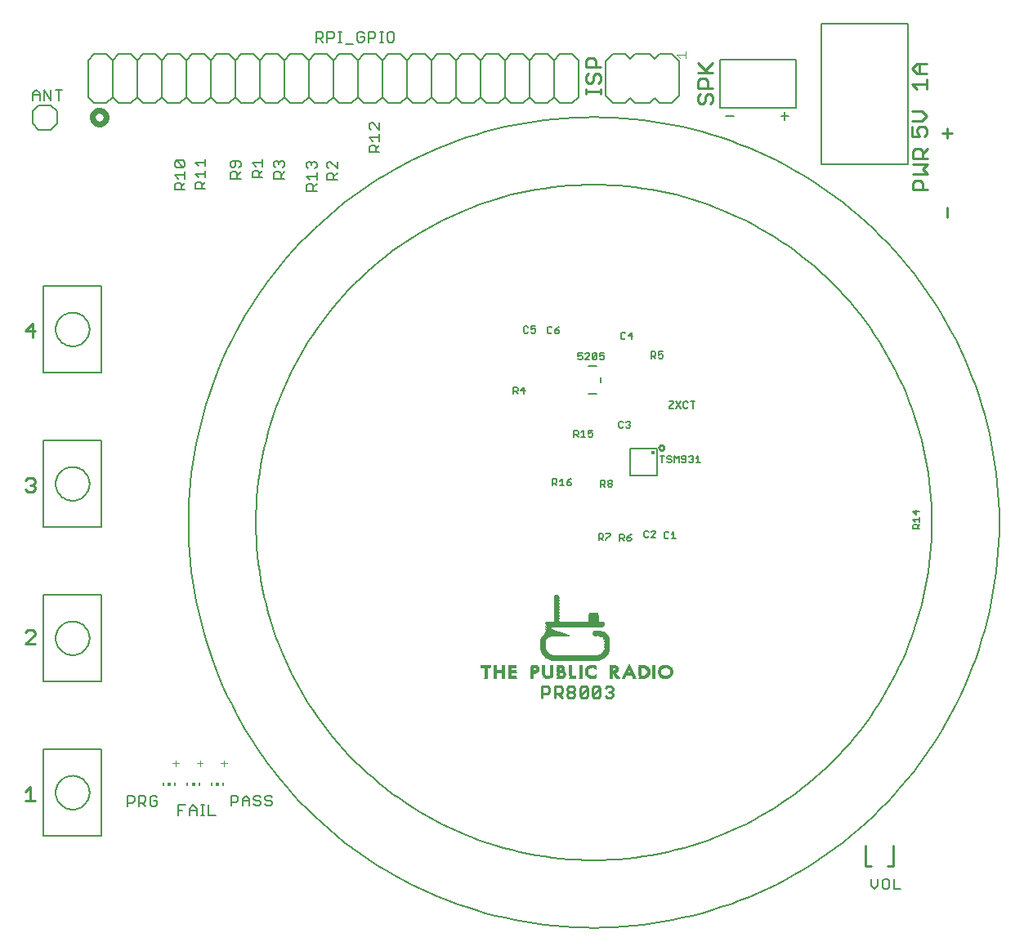
<source format=gto>
G75*
%MOIN*%
%OFA0B0*%
%FSLAX24Y24*%
%IPPOS*%
%LPD*%
%AMOC8*
5,1,8,0,0,1.08239X$1,22.5*
%
%ADD10C,0.0100*%
%ADD11C,0.0110*%
%ADD12C,0.0240*%
%ADD13R,0.0015X0.0015*%
%ADD14R,0.0107X0.0015*%
%ADD15R,0.0123X0.0015*%
%ADD16R,0.0138X0.0015*%
%ADD17R,0.0353X0.0015*%
%ADD18R,0.0230X0.0015*%
%ADD19R,0.0261X0.0015*%
%ADD20R,0.0292X0.0015*%
%ADD21R,0.0154X0.0015*%
%ADD22R,0.0276X0.0015*%
%ADD23R,0.0322X0.0015*%
%ADD24R,0.0307X0.0015*%
%ADD25R,0.0169X0.0015*%
%ADD26R,0.0338X0.0015*%
%ADD27R,0.0384X0.0015*%
%ADD28R,0.0369X0.0015*%
%ADD29R,0.0415X0.0015*%
%ADD30R,0.0399X0.0015*%
%ADD31R,0.0445X0.0015*%
%ADD32R,0.0476X0.0015*%
%ADD33R,0.0200X0.0015*%
%ADD34R,0.0430X0.0015*%
%ADD35R,0.0077X0.0015*%
%ADD36R,0.0184X0.0015*%
%ADD37R,0.0046X0.0015*%
%ADD38R,0.0031X0.0015*%
%ADD39R,0.0246X0.0015*%
%ADD40R,0.0461X0.0015*%
%ADD41R,0.0092X0.0015*%
%ADD42R,0.0061X0.0015*%
%ADD43R,0.1981X0.0015*%
%ADD44R,0.2165X0.0015*%
%ADD45R,0.2288X0.0015*%
%ADD46R,0.2380X0.0015*%
%ADD47R,0.2472X0.0015*%
%ADD48R,0.2533X0.0015*%
%ADD49R,0.2595X0.0015*%
%ADD50R,0.0215X0.0015*%
%ADD51R,0.1075X0.0015*%
%ADD52R,0.0568X0.0015*%
%ADD53R,0.0952X0.0015*%
%ADD54R,0.0844X0.0015*%
%ADD55R,0.0537X0.0015*%
%ADD56R,0.0691X0.0015*%
%ADD57R,0.0507X0.0015*%
%ADD58R,0.0583X0.0015*%
%ADD59R,0.2365X0.0015*%
%ADD60R,0.2395X0.0015*%
%ADD61R,0.2349X0.0015*%
%ADD62C,0.0050*%
%ADD63C,0.0030*%
%ADD64R,0.0059X0.0118*%
%ADD65R,0.0118X0.0118*%
%ADD66C,0.0080*%
%ADD67C,0.0157*%
%ADD68C,0.0060*%
%ADD69C,0.0070*%
D10*
X021727Y009516D02*
X021727Y009976D01*
X021957Y009976D01*
X022034Y009899D01*
X022034Y009746D01*
X021957Y009669D01*
X021727Y009669D01*
X022242Y009669D02*
X022473Y009669D01*
X022549Y009746D01*
X022549Y009899D01*
X022473Y009976D01*
X022242Y009976D01*
X022242Y009516D01*
X022396Y009669D02*
X022549Y009516D01*
X022758Y009592D02*
X022758Y009669D01*
X022835Y009746D01*
X022988Y009746D01*
X023065Y009669D01*
X023065Y009592D01*
X022988Y009516D01*
X022835Y009516D01*
X022758Y009592D01*
X022835Y009746D02*
X022758Y009822D01*
X022758Y009899D01*
X022835Y009976D01*
X022988Y009976D01*
X023065Y009899D01*
X023065Y009822D01*
X022988Y009746D01*
X023274Y009592D02*
X023274Y009899D01*
X023350Y009976D01*
X023504Y009976D01*
X023581Y009899D01*
X023274Y009592D01*
X023350Y009516D01*
X023504Y009516D01*
X023581Y009592D01*
X023581Y009899D01*
X023789Y009899D02*
X023866Y009976D01*
X024019Y009976D01*
X024096Y009899D01*
X023789Y009592D01*
X023866Y009516D01*
X024019Y009516D01*
X024096Y009592D01*
X024096Y009899D01*
X024305Y009899D02*
X024382Y009976D01*
X024535Y009976D01*
X024612Y009899D01*
X024612Y009822D01*
X024535Y009746D01*
X024612Y009669D01*
X024612Y009592D01*
X024535Y009516D01*
X024382Y009516D01*
X024305Y009592D01*
X024458Y009746D02*
X024535Y009746D01*
X023789Y009592D02*
X023789Y009899D01*
X026500Y019712D02*
X026502Y019731D01*
X026507Y019750D01*
X026517Y019766D01*
X026529Y019781D01*
X026544Y019793D01*
X026560Y019803D01*
X026579Y019808D01*
X026598Y019810D01*
X026617Y019808D01*
X026636Y019803D01*
X026652Y019793D01*
X026667Y019781D01*
X026679Y019766D01*
X026689Y019750D01*
X026694Y019731D01*
X026696Y019712D01*
X026694Y019693D01*
X026689Y019674D01*
X026679Y019658D01*
X026667Y019643D01*
X026652Y019631D01*
X026636Y019621D01*
X026617Y019616D01*
X026598Y019614D01*
X026579Y019616D01*
X026560Y019621D01*
X026544Y019631D01*
X026529Y019643D01*
X026517Y019658D01*
X026507Y019674D01*
X026502Y019693D01*
X026500Y019712D01*
X034915Y003481D02*
X034915Y002635D01*
X035151Y002635D01*
X035820Y002635D02*
X036057Y002635D01*
X036057Y003481D01*
D11*
X038256Y029117D02*
X038256Y029511D01*
X037439Y030229D02*
X036848Y030229D01*
X036848Y030524D01*
X036947Y030623D01*
X037143Y030623D01*
X037242Y030524D01*
X037242Y030229D01*
X037439Y030874D02*
X036848Y030874D01*
X036848Y031267D02*
X037439Y031267D01*
X037242Y031071D01*
X037439Y030874D01*
X037439Y031518D02*
X036848Y031518D01*
X036848Y031814D01*
X036947Y031912D01*
X037143Y031912D01*
X037242Y031814D01*
X037242Y031518D01*
X037242Y031715D02*
X037439Y031912D01*
X037327Y032400D02*
X037425Y032499D01*
X037425Y032695D01*
X037327Y032794D01*
X037130Y032794D01*
X037031Y032695D01*
X037031Y032597D01*
X037130Y032400D01*
X036835Y032400D01*
X036835Y032794D01*
X036835Y033045D02*
X037228Y033045D01*
X037425Y033242D01*
X037228Y033438D01*
X036835Y033438D01*
X037031Y034334D02*
X036835Y034531D01*
X037425Y034531D01*
X037425Y034727D02*
X037425Y034334D01*
X037425Y034978D02*
X037031Y034978D01*
X036835Y035175D01*
X037031Y035372D01*
X037425Y035372D01*
X037130Y035372D02*
X037130Y034978D01*
X038256Y032733D02*
X038256Y032340D01*
X038452Y032537D02*
X038059Y032537D01*
X028675Y033832D02*
X028577Y033734D01*
X028675Y033832D02*
X028675Y034029D01*
X028577Y034127D01*
X028478Y034127D01*
X028380Y034029D01*
X028380Y033832D01*
X028281Y033734D01*
X028183Y033734D01*
X028085Y033832D01*
X028085Y034029D01*
X028183Y034127D01*
X028085Y034378D02*
X028085Y034673D01*
X028183Y034772D01*
X028380Y034772D01*
X028478Y034673D01*
X028478Y034378D01*
X028675Y034378D02*
X028085Y034378D01*
X028085Y035023D02*
X028675Y035023D01*
X028478Y035023D02*
X028085Y035416D01*
X028380Y035121D02*
X028675Y035416D01*
X024108Y035230D02*
X023517Y035230D01*
X023517Y035525D01*
X023616Y035624D01*
X023812Y035624D01*
X023911Y035525D01*
X023911Y035230D01*
X023911Y034979D02*
X023812Y034881D01*
X023812Y034684D01*
X023714Y034585D01*
X023616Y034585D01*
X023517Y034684D01*
X023517Y034881D01*
X023616Y034979D01*
X023911Y034979D02*
X024009Y034979D01*
X024108Y034881D01*
X024108Y034684D01*
X024009Y034585D01*
X024108Y034352D02*
X024108Y034156D01*
X024108Y034254D02*
X023517Y034254D01*
X023517Y034156D02*
X023517Y034352D01*
X000964Y024786D02*
X000964Y024196D01*
X001062Y024491D02*
X000669Y024491D01*
X000964Y024786D01*
X000964Y018487D02*
X000767Y018487D01*
X000669Y018389D01*
X000866Y018192D02*
X000964Y018192D01*
X001062Y018093D01*
X001062Y017995D01*
X000964Y017897D01*
X000767Y017897D01*
X000669Y017995D01*
X000964Y018192D02*
X001062Y018290D01*
X001062Y018389D01*
X000964Y018487D01*
X000964Y012286D02*
X000767Y012286D01*
X000669Y012188D01*
X000964Y012286D02*
X001062Y012188D01*
X001062Y012089D01*
X000669Y011696D01*
X001062Y011696D01*
X000866Y005889D02*
X000669Y005692D01*
X000866Y005889D02*
X000866Y005298D01*
X001062Y005298D02*
X000669Y005298D01*
D12*
X003387Y033196D02*
X003389Y033229D01*
X003395Y033261D01*
X003404Y033293D01*
X003418Y033323D01*
X003434Y033351D01*
X003454Y033377D01*
X003477Y033401D01*
X003503Y033422D01*
X003531Y033439D01*
X003561Y033454D01*
X003592Y033464D01*
X003624Y033471D01*
X003657Y033474D01*
X003690Y033473D01*
X003722Y033468D01*
X003754Y033459D01*
X003785Y033447D01*
X003813Y033431D01*
X003840Y033412D01*
X003864Y033390D01*
X003886Y033365D01*
X003904Y033337D01*
X003919Y033308D01*
X003931Y033277D01*
X003939Y033245D01*
X003943Y033212D01*
X003943Y033180D01*
X003939Y033147D01*
X003931Y033115D01*
X003919Y033084D01*
X003904Y033055D01*
X003886Y033027D01*
X003864Y033002D01*
X003840Y032980D01*
X003813Y032961D01*
X003785Y032945D01*
X003754Y032933D01*
X003722Y032924D01*
X003690Y032919D01*
X003657Y032918D01*
X003624Y032921D01*
X003592Y032928D01*
X003561Y032938D01*
X003531Y032953D01*
X003503Y032970D01*
X003477Y032991D01*
X003454Y033015D01*
X003434Y033041D01*
X003418Y033069D01*
X003404Y033099D01*
X003395Y033131D01*
X003389Y033163D01*
X003387Y033196D01*
D13*
X022270Y013650D03*
X022240Y013588D03*
X022240Y013558D03*
X022240Y013466D03*
X022240Y013435D03*
X022240Y013343D03*
X022240Y013312D03*
X022240Y013220D03*
X022240Y013189D03*
X022240Y013097D03*
X022240Y013066D03*
X022240Y012974D03*
X022240Y012944D03*
X022240Y012851D03*
X022240Y012821D03*
X022240Y012729D03*
X022240Y012698D03*
X022240Y012606D03*
X022424Y012636D03*
X022424Y012667D03*
X022424Y012759D03*
X022424Y012790D03*
X022424Y012882D03*
X022424Y012913D03*
X022424Y013005D03*
X022424Y013036D03*
X022424Y013128D03*
X022424Y013158D03*
X022424Y013251D03*
X022424Y013281D03*
X022424Y013373D03*
X022424Y013404D03*
X022424Y013496D03*
X022424Y013527D03*
X022424Y013619D03*
X021902Y012544D03*
X021902Y012514D03*
X021902Y012421D03*
X021902Y012391D03*
X021902Y012299D03*
X021902Y012268D03*
X021902Y012176D03*
X021902Y012145D03*
X021871Y012114D03*
X021779Y012022D03*
X021748Y011992D03*
X021718Y011930D03*
X021718Y011899D03*
X021687Y011869D03*
X021687Y011838D03*
X021687Y011746D03*
X021687Y011715D03*
X021687Y011623D03*
X021687Y011592D03*
X021687Y011500D03*
X021687Y011469D03*
X021871Y011531D03*
X021871Y011562D03*
X021871Y011654D03*
X021871Y011684D03*
X021871Y011777D03*
X021902Y011838D03*
X021902Y011869D03*
X021933Y011899D03*
X022132Y012007D03*
X022163Y012007D03*
X022178Y012022D03*
X022209Y012022D03*
X022240Y012022D03*
X022270Y012022D03*
X022301Y012022D03*
X022332Y012022D03*
X022363Y012022D03*
X022393Y012022D03*
X022424Y012022D03*
X022455Y012022D03*
X022485Y012022D03*
X022516Y012022D03*
X022547Y012022D03*
X022577Y012022D03*
X022608Y012022D03*
X022639Y012022D03*
X022670Y012022D03*
X022700Y012022D03*
X022731Y012022D03*
X022762Y012022D03*
X022792Y012022D03*
X022792Y012053D03*
X022823Y012022D03*
X022854Y012022D03*
X022700Y012084D03*
X022685Y012099D03*
X022593Y012130D03*
X022501Y012160D03*
X022455Y012176D03*
X022424Y012176D03*
X022409Y012191D03*
X022363Y012206D03*
X022332Y012206D03*
X022178Y012268D03*
X022163Y012375D03*
X022224Y012375D03*
X022286Y012375D03*
X022316Y012375D03*
X022347Y012375D03*
X022409Y012375D03*
X022470Y012375D03*
X022531Y012375D03*
X022593Y012375D03*
X022654Y012375D03*
X022716Y012375D03*
X022777Y012375D03*
X022839Y012375D03*
X022900Y012375D03*
X022961Y012375D03*
X023023Y012375D03*
X023084Y012375D03*
X023146Y012375D03*
X023207Y012375D03*
X023268Y012375D03*
X023330Y012375D03*
X023391Y012375D03*
X023453Y012375D03*
X023514Y012375D03*
X023576Y012375D03*
X023637Y012375D03*
X023698Y012375D03*
X023760Y012375D03*
X023821Y012375D03*
X023883Y012375D03*
X023944Y012375D03*
X024005Y012375D03*
X024067Y012375D03*
X024128Y012375D03*
X024190Y012375D03*
X024205Y012391D03*
X024266Y012514D03*
X024266Y012544D03*
X024236Y012575D03*
X024220Y012590D03*
X024190Y012590D03*
X024021Y012636D03*
X024021Y012667D03*
X024021Y012759D03*
X024021Y012790D03*
X024021Y012882D03*
X023652Y012851D03*
X023652Y012821D03*
X023652Y012729D03*
X023652Y012698D03*
X023652Y012606D03*
X023852Y012222D03*
X023837Y012206D03*
X023806Y012145D03*
X023837Y012084D03*
X023898Y012022D03*
X023929Y012022D03*
X023959Y012022D03*
X023990Y012022D03*
X024036Y012007D03*
X024205Y011961D03*
X024236Y011930D03*
X024266Y011869D03*
X024297Y011807D03*
X024297Y011777D03*
X024297Y011684D03*
X024297Y011654D03*
X024297Y011562D03*
X024297Y011531D03*
X024481Y011500D03*
X024481Y011469D03*
X024481Y011592D03*
X024481Y011623D03*
X024481Y011715D03*
X024481Y011746D03*
X024481Y011838D03*
X024481Y011869D03*
X024389Y012053D03*
X024359Y012084D03*
X024266Y012145D03*
X024205Y012176D03*
X024144Y012206D03*
X024113Y012206D03*
X024098Y012222D03*
X024067Y012222D03*
X024205Y011347D03*
X024174Y011316D03*
X024082Y011255D03*
X024036Y011239D03*
X024021Y011224D03*
X024021Y011009D03*
X023990Y011009D03*
X023867Y010825D03*
X023837Y010825D03*
X023744Y010825D03*
X023714Y010825D03*
X023760Y010717D03*
X023790Y010717D03*
X023883Y010686D03*
X023944Y010656D03*
X023944Y010441D03*
X023790Y010379D03*
X023760Y010379D03*
X023714Y010272D03*
X023867Y010272D03*
X023345Y010272D03*
X023314Y010272D03*
X023284Y010272D03*
X023253Y010272D03*
X023100Y010272D03*
X023069Y010272D03*
X023038Y010272D03*
X023007Y010272D03*
X022977Y010272D03*
X022946Y010272D03*
X022915Y010272D03*
X022885Y010272D03*
X022854Y010272D03*
X022516Y010272D03*
X022485Y010272D03*
X022455Y010272D03*
X022424Y010272D03*
X022393Y010272D03*
X022363Y010272D03*
X022025Y010272D03*
X021979Y010379D03*
X021948Y010379D03*
X021794Y010318D03*
X021472Y010487D03*
X021426Y010594D03*
X021380Y010272D03*
X021349Y010272D03*
X021318Y010272D03*
X021288Y010272D03*
X020704Y010272D03*
X020674Y010272D03*
X020643Y010272D03*
X020612Y010272D03*
X020581Y010272D03*
X020551Y010272D03*
X020520Y010272D03*
X020489Y010272D03*
X020459Y010272D03*
X020428Y010272D03*
X020397Y010272D03*
X020213Y010272D03*
X020182Y010272D03*
X020151Y010272D03*
X020121Y010272D03*
X019875Y010272D03*
X019844Y010272D03*
X019814Y010272D03*
X019783Y010272D03*
X019476Y010272D03*
X019445Y010272D03*
X019414Y010272D03*
X019384Y010272D03*
X019921Y010625D03*
X019952Y010625D03*
X019983Y010625D03*
X020013Y010625D03*
X020044Y010625D03*
X020075Y010625D03*
X020505Y010625D03*
X020535Y010625D03*
X020566Y010625D03*
X020597Y010625D03*
X020627Y010625D03*
X020658Y010625D03*
X020689Y010625D03*
X020704Y010518D03*
X020674Y010518D03*
X020643Y010518D03*
X020612Y010518D03*
X020581Y010518D03*
X020551Y010518D03*
X020520Y010518D03*
X021840Y011162D03*
X021887Y011116D03*
X021933Y011101D03*
X021810Y011224D03*
X022086Y011255D03*
X022148Y011224D03*
X022178Y011224D03*
X022178Y011009D03*
X022562Y010809D03*
X024236Y011101D03*
X024359Y011224D03*
X024742Y010809D03*
X024773Y010502D03*
X024789Y010272D03*
X024819Y010272D03*
X024850Y010272D03*
X024881Y010272D03*
X024911Y010272D03*
X025003Y010272D03*
X025034Y010272D03*
X025065Y010272D03*
X025096Y010272D03*
X025188Y010395D03*
X025218Y010395D03*
X025249Y010395D03*
X025280Y010395D03*
X025311Y010395D03*
X025341Y010395D03*
X025372Y010395D03*
X025464Y010272D03*
X025495Y010272D03*
X025526Y010272D03*
X025556Y010272D03*
X025679Y010272D03*
X025710Y010272D03*
X025740Y010272D03*
X025771Y010272D03*
X025802Y010272D03*
X025833Y010272D03*
X025863Y010272D03*
X025986Y010303D03*
X026263Y010272D03*
X026293Y010272D03*
X026324Y010272D03*
X026692Y010272D03*
X026739Y010379D03*
X026800Y010379D03*
X026846Y010272D03*
X026800Y010717D03*
X026769Y010717D03*
X026692Y010702D03*
X026692Y010825D03*
X026723Y010825D03*
X026754Y010825D03*
X026785Y010825D03*
X026815Y010825D03*
X026846Y010825D03*
X025940Y010809D03*
X025894Y010702D03*
X025280Y010855D03*
X024604Y010272D03*
X024574Y010272D03*
X024543Y010272D03*
X024512Y010272D03*
D14*
X024558Y010303D03*
X024558Y010333D03*
X024558Y010364D03*
X024558Y010395D03*
X024558Y010425D03*
X024558Y010456D03*
X024558Y010610D03*
X024558Y010640D03*
X024558Y010671D03*
X024558Y010702D03*
X025280Y010779D03*
X026293Y010779D03*
X026293Y010809D03*
X026293Y010748D03*
X026293Y010717D03*
X026293Y010686D03*
X026293Y010656D03*
X026293Y010625D03*
X026293Y010594D03*
X026293Y010564D03*
X026293Y010533D03*
X026293Y010502D03*
X026293Y010471D03*
X026293Y010441D03*
X026293Y010410D03*
X026293Y010379D03*
X026293Y010349D03*
X026293Y010318D03*
X026293Y010287D03*
X026524Y010518D03*
X026524Y010548D03*
X026524Y010579D03*
X026769Y010272D03*
X027015Y010487D03*
X023790Y010272D03*
X023545Y010487D03*
X023545Y010610D03*
X022654Y010456D03*
X022654Y010425D03*
X022132Y010456D03*
X022132Y010487D03*
X022132Y010518D03*
X022132Y010548D03*
X022132Y010579D03*
X022132Y010610D03*
X022132Y010640D03*
X022132Y010671D03*
X022132Y010702D03*
X022132Y010732D03*
X022132Y010763D03*
X022132Y010794D03*
X021794Y010794D03*
X021794Y010763D03*
X021794Y010732D03*
X021794Y010702D03*
X021794Y010671D03*
X021794Y010640D03*
X021794Y010610D03*
X021794Y010579D03*
X021794Y010548D03*
X021794Y010518D03*
X021794Y010487D03*
X021948Y010272D03*
X021334Y010303D03*
X021334Y010333D03*
X021334Y010364D03*
X021334Y010395D03*
X021334Y010425D03*
X021334Y010456D03*
X021334Y010610D03*
X021334Y010640D03*
X021334Y010671D03*
X021334Y010702D03*
X019829Y010702D03*
X019829Y010732D03*
X019829Y010763D03*
X019829Y010794D03*
X019829Y010671D03*
X019829Y010640D03*
X019829Y010487D03*
X019829Y010456D03*
X019829Y010425D03*
X019829Y010395D03*
X019829Y010364D03*
X019829Y010333D03*
X019829Y010303D03*
X022332Y013665D03*
D15*
X022892Y010809D03*
X022892Y010794D03*
X022892Y010779D03*
X022892Y010763D03*
X022892Y010748D03*
X022892Y010732D03*
X022892Y010717D03*
X022892Y010702D03*
X022892Y010686D03*
X022892Y010671D03*
X022892Y010656D03*
X022892Y010640D03*
X022892Y010625D03*
X022892Y010610D03*
X022892Y010594D03*
X022892Y010579D03*
X022892Y010564D03*
X022892Y010548D03*
X022892Y010533D03*
X022892Y010518D03*
X022892Y010502D03*
X022892Y010487D03*
X022892Y010471D03*
X022892Y010456D03*
X022892Y010441D03*
X022892Y010425D03*
X022892Y010410D03*
X022892Y010395D03*
X022647Y010471D03*
X022601Y010640D03*
X022601Y010656D03*
X022601Y010671D03*
X022401Y010671D03*
X022401Y010656D03*
X022401Y010640D03*
X022401Y010625D03*
X022401Y010610D03*
X022401Y010686D03*
X022401Y010702D03*
X022401Y010487D03*
X022401Y010471D03*
X022401Y010456D03*
X022401Y010441D03*
X022401Y010425D03*
X022401Y010410D03*
X022401Y010395D03*
X022125Y010425D03*
X021817Y010410D03*
X021802Y010456D03*
X021556Y010610D03*
X021556Y010625D03*
X021556Y010640D03*
X021556Y010656D03*
X021556Y010671D03*
X020420Y010671D03*
X020420Y010656D03*
X020420Y010640D03*
X020420Y010625D03*
X020420Y010686D03*
X020420Y010702D03*
X020420Y010502D03*
X020420Y010487D03*
X020420Y010471D03*
X020420Y010456D03*
X020420Y010441D03*
X020420Y010425D03*
X020420Y010410D03*
X020420Y010395D03*
X020159Y010395D03*
X020159Y010410D03*
X020159Y010425D03*
X020159Y010441D03*
X020159Y010456D03*
X020159Y010471D03*
X020159Y010487D03*
X020159Y010502D03*
X020159Y010379D03*
X020159Y010364D03*
X020159Y010349D03*
X020159Y010333D03*
X020159Y010318D03*
X020159Y010303D03*
X020159Y010287D03*
X020159Y010625D03*
X020159Y010640D03*
X020159Y010656D03*
X020159Y010671D03*
X020159Y010686D03*
X020159Y010702D03*
X020159Y010717D03*
X020159Y010732D03*
X020159Y010748D03*
X020159Y010763D03*
X020159Y010779D03*
X020159Y010794D03*
X020159Y010809D03*
X019438Y010702D03*
X019438Y010686D03*
X019438Y010671D03*
X019438Y010656D03*
X019438Y010640D03*
X019438Y010625D03*
X019438Y010610D03*
X019438Y010594D03*
X019438Y010579D03*
X019438Y010564D03*
X019438Y010548D03*
X019438Y010533D03*
X019438Y010518D03*
X019438Y010502D03*
X019438Y010487D03*
X019438Y010471D03*
X019438Y010456D03*
X019438Y010441D03*
X019438Y010425D03*
X019438Y010410D03*
X019438Y010395D03*
X019438Y010379D03*
X019438Y010364D03*
X019438Y010349D03*
X019438Y010333D03*
X019438Y010318D03*
X019438Y010303D03*
X019438Y010287D03*
X023307Y010287D03*
X023307Y010303D03*
X023307Y010318D03*
X023307Y010333D03*
X023307Y010349D03*
X023307Y010364D03*
X023307Y010379D03*
X023307Y010395D03*
X023307Y010410D03*
X023307Y010425D03*
X023307Y010441D03*
X023307Y010456D03*
X023307Y010471D03*
X023307Y010487D03*
X023307Y010502D03*
X023307Y010518D03*
X023307Y010533D03*
X023307Y010548D03*
X023307Y010564D03*
X023307Y010579D03*
X023307Y010594D03*
X023307Y010610D03*
X023307Y010625D03*
X023307Y010640D03*
X023307Y010656D03*
X023307Y010671D03*
X023307Y010686D03*
X023307Y010702D03*
X023307Y010717D03*
X023307Y010732D03*
X023307Y010748D03*
X023307Y010763D03*
X023307Y010779D03*
X023307Y010794D03*
X023307Y010809D03*
X023537Y010579D03*
X023537Y010564D03*
X023537Y010548D03*
X023537Y010533D03*
X023537Y010518D03*
X024796Y010625D03*
X024796Y010640D03*
X024796Y010656D03*
X024796Y010671D03*
X025165Y010518D03*
X025195Y010579D03*
X025380Y010564D03*
X025380Y010548D03*
X025472Y010364D03*
X025487Y010333D03*
X025733Y010395D03*
X025733Y010410D03*
X025733Y010425D03*
X025733Y010441D03*
X025733Y010456D03*
X025733Y010471D03*
X025733Y010487D03*
X025733Y010502D03*
X025733Y010518D03*
X025733Y010533D03*
X025733Y010548D03*
X025733Y010564D03*
X025733Y010579D03*
X025733Y010594D03*
X025733Y010610D03*
X025733Y010625D03*
X025733Y010640D03*
X025733Y010656D03*
X025733Y010671D03*
X025733Y010686D03*
X025733Y010702D03*
X026086Y010594D03*
X026086Y010564D03*
X026086Y010548D03*
X026086Y010533D03*
X026086Y010518D03*
X026086Y010502D03*
X026531Y010487D03*
X026531Y010471D03*
X026531Y010610D03*
X026531Y010625D03*
X027007Y010610D03*
X027023Y010579D03*
X027023Y010548D03*
X027023Y010533D03*
X027023Y010518D03*
X025288Y010748D03*
X025288Y010763D03*
X025103Y010395D03*
X025073Y010333D03*
X025057Y010303D03*
D16*
X025065Y010318D03*
X025080Y010349D03*
X025096Y010364D03*
X025096Y010379D03*
X025050Y010287D03*
X024819Y010303D03*
X024742Y010410D03*
X024727Y010425D03*
X024558Y010410D03*
X024558Y010379D03*
X024558Y010349D03*
X024558Y010318D03*
X024558Y010287D03*
X024558Y010441D03*
X024558Y010594D03*
X024558Y010625D03*
X024558Y010656D03*
X024558Y010686D03*
X024789Y010686D03*
X024789Y010610D03*
X025172Y010533D03*
X025188Y010548D03*
X025188Y010564D03*
X025203Y010594D03*
X025357Y010594D03*
X025372Y010579D03*
X025387Y010533D03*
X025403Y010518D03*
X025464Y010395D03*
X025464Y010379D03*
X025479Y010349D03*
X025495Y010303D03*
X025510Y010287D03*
X025280Y010732D03*
X026048Y010671D03*
X026063Y010640D03*
X026063Y010625D03*
X026078Y010610D03*
X026078Y010579D03*
X026078Y010487D03*
X026063Y010471D03*
X026063Y010456D03*
X026048Y010425D03*
X026293Y010425D03*
X026293Y010395D03*
X026293Y010364D03*
X026293Y010333D03*
X026293Y010303D03*
X026293Y010456D03*
X026293Y010487D03*
X026293Y010518D03*
X026293Y010548D03*
X026293Y010579D03*
X026293Y010610D03*
X026293Y010640D03*
X026293Y010671D03*
X026293Y010702D03*
X026293Y010732D03*
X026293Y010763D03*
X026293Y010794D03*
X026539Y010640D03*
X026554Y010656D03*
X026524Y010594D03*
X026524Y010564D03*
X026524Y010533D03*
X026524Y010502D03*
X026539Y010456D03*
X026554Y010441D03*
X027000Y010456D03*
X027015Y010471D03*
X027015Y010502D03*
X027015Y010564D03*
X027015Y010594D03*
X027015Y010625D03*
X027000Y010640D03*
X023883Y010717D03*
X023560Y010640D03*
X023545Y010625D03*
X023545Y010594D03*
X023545Y010502D03*
X023545Y010471D03*
X023560Y010456D03*
X023883Y010379D03*
X022654Y010410D03*
X022639Y010395D03*
X022654Y010441D03*
X022639Y010487D03*
X022577Y010610D03*
X022593Y010625D03*
X022593Y010686D03*
X022577Y010702D03*
X022132Y010717D03*
X022132Y010686D03*
X022132Y010656D03*
X022132Y010625D03*
X022132Y010594D03*
X022132Y010564D03*
X022132Y010533D03*
X022132Y010502D03*
X022132Y010471D03*
X022132Y010441D03*
X022117Y010410D03*
X021810Y010425D03*
X021794Y010441D03*
X021794Y010471D03*
X021794Y010502D03*
X021794Y010533D03*
X021794Y010564D03*
X021794Y010594D03*
X021794Y010625D03*
X021794Y010656D03*
X021794Y010686D03*
X021794Y010717D03*
X021794Y010748D03*
X021794Y010779D03*
X021794Y010809D03*
X021549Y010686D03*
X021533Y010702D03*
X021334Y010686D03*
X021334Y010656D03*
X021334Y010625D03*
X021334Y010594D03*
X021334Y010471D03*
X021334Y010441D03*
X021334Y010410D03*
X021334Y010379D03*
X021334Y010349D03*
X021334Y010318D03*
X021334Y010287D03*
X022132Y010748D03*
X022132Y010779D03*
X022132Y010809D03*
X020428Y010518D03*
X019829Y010502D03*
X019829Y010471D03*
X019829Y010441D03*
X019829Y010410D03*
X019829Y010379D03*
X019829Y010349D03*
X019829Y010318D03*
X019829Y010287D03*
X019829Y010625D03*
X019829Y010656D03*
X019829Y010686D03*
X019829Y010717D03*
X019829Y010748D03*
X019829Y010779D03*
X019829Y010809D03*
D17*
X020535Y010809D03*
X020535Y010794D03*
X020535Y010779D03*
X020535Y010763D03*
X020535Y010748D03*
X020535Y010732D03*
X020535Y010717D03*
X020535Y010610D03*
X020535Y010594D03*
X020535Y010579D03*
X020535Y010564D03*
X020535Y010548D03*
X020535Y010533D03*
X020535Y010379D03*
X020535Y010364D03*
X020535Y010349D03*
X020535Y010333D03*
X020535Y010318D03*
X020535Y010303D03*
X020535Y010287D03*
X021441Y010717D03*
X022516Y010502D03*
X022516Y010379D03*
X022516Y010364D03*
X022516Y010349D03*
X023775Y010318D03*
X023775Y010779D03*
X024236Y011239D03*
X024666Y010748D03*
X024666Y010717D03*
X024666Y010564D03*
X025848Y010763D03*
X025848Y010333D03*
X023837Y012621D03*
X023837Y012744D03*
X023837Y012867D03*
X023837Y012897D03*
X023837Y012928D03*
X021933Y012007D03*
D18*
X021810Y011884D03*
X021794Y011853D03*
X021779Y011792D03*
X021779Y011761D03*
X021779Y011731D03*
X021779Y011700D03*
X021779Y011669D03*
X021779Y011638D03*
X021779Y011608D03*
X021779Y011577D03*
X021779Y011546D03*
X021779Y011516D03*
X021779Y011485D03*
X021810Y011423D03*
X021810Y011393D03*
X021380Y010809D03*
X021963Y010287D03*
X022332Y012590D03*
X022332Y012621D03*
X022332Y012652D03*
X022332Y012682D03*
X022332Y012713D03*
X022332Y012744D03*
X022332Y012775D03*
X022332Y012805D03*
X022332Y012836D03*
X022332Y012867D03*
X022332Y012897D03*
X022332Y012928D03*
X022332Y012959D03*
X022332Y012990D03*
X022332Y013020D03*
X022332Y013051D03*
X022332Y013082D03*
X022332Y013112D03*
X022332Y013143D03*
X022332Y013174D03*
X022332Y013205D03*
X022332Y013235D03*
X022332Y013266D03*
X022332Y013297D03*
X022332Y013327D03*
X022332Y013358D03*
X022332Y013389D03*
X022332Y013419D03*
X022332Y013450D03*
X022332Y013481D03*
X022332Y013512D03*
X022332Y013542D03*
X022332Y013573D03*
X024389Y011853D03*
X024389Y011823D03*
X024389Y011792D03*
X024389Y011731D03*
X024389Y011700D03*
X024389Y011669D03*
X024389Y011608D03*
X024389Y011577D03*
X024389Y011546D03*
X024389Y011516D03*
X024389Y011485D03*
X024359Y011393D03*
X024604Y010809D03*
X025280Y010656D03*
X026631Y010717D03*
D19*
X026769Y010809D03*
X026769Y010287D03*
X025280Y010610D03*
X024620Y010502D03*
X024635Y010794D03*
X024313Y011331D03*
X024343Y011362D03*
X023790Y010809D03*
X023790Y010287D03*
X022470Y010287D03*
X022470Y010779D03*
X021963Y010303D03*
X021411Y010518D03*
X021395Y010502D03*
X021411Y010794D03*
X021856Y011331D03*
X021825Y011362D03*
X021825Y011915D03*
X021856Y011945D03*
D20*
X021871Y011301D03*
X021902Y011270D03*
X021411Y010779D03*
X021426Y010763D03*
X022485Y010748D03*
X022485Y010303D03*
X022977Y010303D03*
X022977Y010318D03*
X022977Y010333D03*
X022977Y010349D03*
X022977Y010364D03*
X022977Y010379D03*
X022977Y010287D03*
X023790Y010794D03*
X024266Y011270D03*
X024297Y011301D03*
X024297Y011976D03*
X023837Y012959D03*
X024635Y010471D03*
X025817Y010303D03*
X025817Y010794D03*
X026769Y010794D03*
D21*
X026562Y010671D03*
X026562Y010425D03*
X026976Y010425D03*
X026992Y010441D03*
X026992Y010656D03*
X026976Y010671D03*
X025487Y010318D03*
X024842Y010287D03*
X024796Y010333D03*
X024781Y010364D03*
X024765Y010379D03*
X024750Y010395D03*
X024719Y010441D03*
X024704Y010456D03*
X023568Y010441D03*
X023568Y010425D03*
X023568Y010656D03*
X023583Y010671D03*
X022109Y010395D03*
X021817Y010395D03*
D22*
X022478Y010763D03*
X024643Y010518D03*
X025810Y010287D03*
X024336Y011945D03*
D23*
X024666Y010732D03*
X024666Y010548D03*
X024650Y010533D03*
X023775Y010303D03*
X022501Y010318D03*
X022501Y010548D03*
X022501Y010564D03*
X022501Y010717D03*
X021441Y010732D03*
X021426Y010748D03*
X021441Y010579D03*
X021887Y011976D03*
D24*
X022493Y010732D03*
X022493Y010594D03*
X022493Y010579D03*
X021971Y010318D03*
X021434Y010548D03*
X021418Y010533D03*
X024643Y010779D03*
X024658Y010763D03*
X026777Y010303D03*
D25*
X026953Y010395D03*
X026969Y010410D03*
X026969Y010686D03*
X026953Y010702D03*
X026585Y010702D03*
X026570Y010686D03*
X026570Y010410D03*
X026585Y010395D03*
X026048Y010441D03*
X026017Y010410D03*
X026048Y010656D03*
X026017Y010686D03*
X026001Y010702D03*
X025280Y010717D03*
X024773Y010702D03*
X024758Y010594D03*
X024789Y010349D03*
X024819Y010318D03*
X023606Y010395D03*
X023591Y010410D03*
X023591Y010686D03*
X023606Y010702D03*
X022086Y010379D03*
X021840Y010379D03*
X021533Y010594D03*
X021364Y010487D03*
X023959Y012222D03*
X022332Y013634D03*
D26*
X022063Y012253D03*
X022508Y010533D03*
X022508Y010518D03*
X022508Y010333D03*
X021971Y010333D03*
X021434Y010564D03*
X024673Y010579D03*
X025840Y010779D03*
X025840Y010318D03*
D27*
X025863Y010732D03*
X025280Y010502D03*
X025280Y010487D03*
X026769Y010318D03*
X026769Y010779D03*
X024251Y012007D03*
X024005Y012191D03*
X023837Y012652D03*
X023837Y012682D03*
X023837Y012713D03*
X023837Y012775D03*
X023837Y012805D03*
X023837Y012836D03*
X021948Y011239D03*
X021963Y010364D03*
X023760Y010349D03*
X023760Y010748D03*
X019445Y010763D03*
X019430Y010748D03*
X019445Y010732D03*
X019430Y010717D03*
X019430Y010779D03*
X019445Y010794D03*
X019430Y010809D03*
D28*
X021971Y010349D03*
X023767Y010333D03*
X023767Y010763D03*
D29*
X025280Y010471D03*
X025879Y010717D03*
X026769Y010763D03*
X026769Y010333D03*
X023837Y012590D03*
X022117Y012222D03*
D30*
X023752Y010732D03*
X023752Y010364D03*
X025871Y010364D03*
X025871Y010349D03*
X025871Y010748D03*
D31*
X025280Y010441D03*
X025280Y010425D03*
X026769Y010349D03*
X026769Y010748D03*
X024036Y012160D03*
X019998Y010610D03*
X019998Y010579D03*
X019998Y010548D03*
X019998Y010518D03*
D32*
X022148Y012191D03*
X025280Y010410D03*
X026769Y010364D03*
X026769Y010732D03*
D33*
X026923Y010717D03*
X026923Y010379D03*
X026616Y010379D03*
X025280Y010671D03*
X023637Y010717D03*
X023637Y010379D03*
X022439Y010809D03*
X022009Y012314D03*
X022009Y012345D03*
D34*
X025288Y010456D03*
X025886Y010379D03*
D35*
X025280Y010794D03*
X023913Y010395D03*
D36*
X025288Y010686D03*
X025288Y010702D03*
X026009Y010395D03*
D37*
X025280Y010840D03*
X024405Y011285D03*
X024405Y011316D03*
X024435Y011347D03*
X024435Y011377D03*
X024405Y011408D03*
X024405Y011439D03*
X024435Y011469D03*
X024435Y011500D03*
X024405Y011531D03*
X024405Y011562D03*
X024435Y011592D03*
X024435Y011623D03*
X024405Y011654D03*
X024405Y011684D03*
X024435Y011715D03*
X024435Y011746D03*
X024405Y011777D03*
X024405Y011807D03*
X024435Y011838D03*
X024435Y011869D03*
X024405Y011899D03*
X024405Y011930D03*
X024435Y011961D03*
X024374Y011961D03*
X024374Y011992D03*
X024405Y012022D03*
X024343Y012022D03*
X024343Y012053D03*
X024313Y012084D03*
X024313Y012114D03*
X024251Y012114D03*
X024251Y012084D03*
X024220Y012053D03*
X024220Y012022D03*
X024190Y011992D03*
X024159Y012022D03*
X024159Y012053D03*
X024190Y012084D03*
X024190Y012114D03*
X024220Y012145D03*
X024159Y012145D03*
X024159Y012176D03*
X024098Y012176D03*
X024098Y012145D03*
X024128Y012114D03*
X024128Y012084D03*
X024098Y012053D03*
X024098Y012022D03*
X024128Y011992D03*
X024036Y012022D03*
X024036Y012053D03*
X024005Y012084D03*
X024005Y012114D03*
X023975Y012145D03*
X023975Y012176D03*
X024005Y012206D03*
X024036Y012176D03*
X024036Y012145D03*
X024067Y012114D03*
X024067Y012084D03*
X023975Y012053D03*
X023944Y012084D03*
X023944Y012114D03*
X023913Y012145D03*
X023913Y012176D03*
X023883Y012206D03*
X023852Y012176D03*
X023852Y012145D03*
X023883Y012114D03*
X023883Y012084D03*
X023913Y012053D03*
X023852Y012053D03*
X023821Y012114D03*
X023944Y012206D03*
X024067Y012206D03*
X024098Y012391D03*
X024098Y012421D03*
X024128Y012452D03*
X024128Y012483D03*
X024098Y012514D03*
X024098Y012544D03*
X024128Y012575D03*
X024144Y012590D03*
X024190Y012575D03*
X024220Y012544D03*
X024220Y012514D03*
X024190Y012483D03*
X024190Y012452D03*
X024220Y012421D03*
X024251Y012452D03*
X024251Y012483D03*
X024159Y012514D03*
X024159Y012544D03*
X024082Y012590D03*
X024067Y012575D03*
X024036Y012544D03*
X024036Y012514D03*
X024005Y012483D03*
X024005Y012452D03*
X023975Y012421D03*
X023975Y012391D03*
X024036Y012391D03*
X024036Y012421D03*
X024067Y012452D03*
X024067Y012483D03*
X023975Y012514D03*
X023975Y012544D03*
X024005Y012575D03*
X024005Y012606D03*
X023975Y012636D03*
X023975Y012667D03*
X024005Y012698D03*
X024005Y012729D03*
X023975Y012759D03*
X023975Y012790D03*
X024005Y012821D03*
X024005Y012851D03*
X023975Y012882D03*
X023975Y012913D03*
X023944Y012944D03*
X023913Y012913D03*
X023913Y012882D03*
X023883Y012851D03*
X023883Y012821D03*
X023913Y012790D03*
X023913Y012759D03*
X023883Y012729D03*
X023883Y012698D03*
X023913Y012667D03*
X023913Y012636D03*
X023883Y012606D03*
X023883Y012575D03*
X023913Y012544D03*
X023913Y012514D03*
X023883Y012483D03*
X023883Y012452D03*
X023913Y012421D03*
X023913Y012391D03*
X023852Y012391D03*
X023852Y012421D03*
X023821Y012452D03*
X023821Y012483D03*
X023790Y012514D03*
X023790Y012544D03*
X023760Y012575D03*
X023760Y012606D03*
X023790Y012636D03*
X023790Y012667D03*
X023760Y012698D03*
X023760Y012729D03*
X023790Y012759D03*
X023790Y012790D03*
X023760Y012821D03*
X023760Y012851D03*
X023790Y012882D03*
X023790Y012913D03*
X023760Y012944D03*
X023729Y012913D03*
X023729Y012882D03*
X023698Y012851D03*
X023698Y012821D03*
X023668Y012790D03*
X023668Y012759D03*
X023698Y012729D03*
X023698Y012698D03*
X023668Y012667D03*
X023668Y012636D03*
X023698Y012606D03*
X023698Y012575D03*
X023668Y012544D03*
X023668Y012514D03*
X023698Y012483D03*
X023698Y012452D03*
X023668Y012421D03*
X023668Y012391D03*
X023729Y012391D03*
X023729Y012421D03*
X023760Y012452D03*
X023760Y012483D03*
X023729Y012514D03*
X023729Y012544D03*
X023729Y012636D03*
X023729Y012667D03*
X023729Y012759D03*
X023729Y012790D03*
X023821Y012821D03*
X023821Y012851D03*
X023852Y012882D03*
X023852Y012913D03*
X023883Y012944D03*
X023821Y012944D03*
X023698Y012944D03*
X023668Y012882D03*
X023852Y012790D03*
X023852Y012759D03*
X023821Y012729D03*
X023821Y012698D03*
X023852Y012667D03*
X023852Y012636D03*
X023821Y012606D03*
X023821Y012575D03*
X023852Y012544D03*
X023852Y012514D03*
X023944Y012483D03*
X023944Y012452D03*
X023944Y012575D03*
X023944Y012606D03*
X023944Y012698D03*
X023944Y012729D03*
X023944Y012821D03*
X023944Y012851D03*
X023637Y012575D03*
X023606Y012544D03*
X023606Y012514D03*
X023576Y012483D03*
X023576Y012452D03*
X023606Y012421D03*
X023606Y012391D03*
X023545Y012391D03*
X023545Y012421D03*
X023514Y012452D03*
X023514Y012483D03*
X023483Y012514D03*
X023483Y012544D03*
X023453Y012575D03*
X023468Y012590D03*
X023514Y012575D03*
X023529Y012590D03*
X023545Y012544D03*
X023545Y012514D03*
X023576Y012575D03*
X023591Y012590D03*
X023637Y012483D03*
X023637Y012452D03*
X023790Y012421D03*
X023790Y012391D03*
X023483Y012391D03*
X023483Y012421D03*
X023453Y012452D03*
X023453Y012483D03*
X023422Y012514D03*
X023422Y012544D03*
X023391Y012575D03*
X023407Y012590D03*
X023345Y012590D03*
X023330Y012575D03*
X023361Y012544D03*
X023361Y012514D03*
X023391Y012483D03*
X023391Y012452D03*
X023361Y012421D03*
X023361Y012391D03*
X023422Y012391D03*
X023422Y012421D03*
X023330Y012452D03*
X023330Y012483D03*
X023299Y012514D03*
X023299Y012544D03*
X023268Y012575D03*
X023284Y012590D03*
X023222Y012590D03*
X023207Y012575D03*
X023176Y012544D03*
X023176Y012514D03*
X023146Y012483D03*
X023146Y012452D03*
X023176Y012421D03*
X023176Y012391D03*
X023115Y012391D03*
X023115Y012421D03*
X023084Y012452D03*
X023084Y012483D03*
X023053Y012514D03*
X023053Y012544D03*
X023023Y012575D03*
X023038Y012590D03*
X023084Y012575D03*
X023100Y012590D03*
X023146Y012575D03*
X023161Y012590D03*
X023115Y012544D03*
X023115Y012514D03*
X023207Y012483D03*
X023207Y012452D03*
X023238Y012421D03*
X023238Y012391D03*
X023299Y012391D03*
X023299Y012421D03*
X023268Y012452D03*
X023268Y012483D03*
X023238Y012514D03*
X023238Y012544D03*
X023053Y012421D03*
X023053Y012391D03*
X022992Y012391D03*
X022992Y012421D03*
X022961Y012452D03*
X022961Y012483D03*
X022931Y012514D03*
X022931Y012544D03*
X022961Y012575D03*
X022977Y012590D03*
X022992Y012544D03*
X022992Y012514D03*
X023023Y012483D03*
X023023Y012452D03*
X022931Y012421D03*
X022931Y012391D03*
X022869Y012391D03*
X022869Y012421D03*
X022839Y012452D03*
X022839Y012483D03*
X022869Y012514D03*
X022869Y012544D03*
X022839Y012575D03*
X022854Y012590D03*
X022900Y012575D03*
X022915Y012590D03*
X022900Y012483D03*
X022900Y012452D03*
X022808Y012421D03*
X022808Y012391D03*
X022746Y012391D03*
X022746Y012421D03*
X022716Y012452D03*
X022716Y012483D03*
X022746Y012514D03*
X022746Y012544D03*
X022716Y012575D03*
X022731Y012590D03*
X022777Y012575D03*
X022792Y012590D03*
X022808Y012544D03*
X022808Y012514D03*
X022777Y012483D03*
X022777Y012452D03*
X022685Y012421D03*
X022685Y012391D03*
X022624Y012391D03*
X022624Y012421D03*
X022654Y012452D03*
X022654Y012483D03*
X022624Y012514D03*
X022624Y012544D03*
X022654Y012575D03*
X022670Y012590D03*
X022685Y012544D03*
X022685Y012514D03*
X022593Y012483D03*
X022593Y012452D03*
X022562Y012421D03*
X022562Y012391D03*
X022501Y012391D03*
X022501Y012421D03*
X022531Y012452D03*
X022531Y012483D03*
X022501Y012514D03*
X022501Y012544D03*
X022531Y012575D03*
X022547Y012590D03*
X022562Y012544D03*
X022562Y012514D03*
X022593Y012575D03*
X022608Y012590D03*
X022485Y012590D03*
X022470Y012575D03*
X022439Y012544D03*
X022439Y012514D03*
X022409Y012483D03*
X022409Y012452D03*
X022439Y012421D03*
X022439Y012391D03*
X022378Y012391D03*
X022378Y012421D03*
X022347Y012452D03*
X022347Y012483D03*
X022316Y012514D03*
X022316Y012544D03*
X022286Y012575D03*
X022286Y012606D03*
X022316Y012636D03*
X022316Y012667D03*
X022286Y012698D03*
X022286Y012729D03*
X022316Y012759D03*
X022316Y012790D03*
X022286Y012821D03*
X022286Y012851D03*
X022316Y012882D03*
X022316Y012913D03*
X022286Y012944D03*
X022286Y012974D03*
X022316Y013005D03*
X022316Y013036D03*
X022286Y013066D03*
X022286Y013097D03*
X022316Y013128D03*
X022316Y013158D03*
X022286Y013189D03*
X022286Y013220D03*
X022316Y013251D03*
X022316Y013281D03*
X022286Y013312D03*
X022286Y013343D03*
X022316Y013373D03*
X022316Y013404D03*
X022286Y013435D03*
X022286Y013466D03*
X022316Y013496D03*
X022316Y013527D03*
X022286Y013558D03*
X022286Y013588D03*
X022316Y013619D03*
X022316Y013650D03*
X022378Y013650D03*
X022378Y013619D03*
X022409Y013588D03*
X022409Y013558D03*
X022378Y013527D03*
X022378Y013496D03*
X022409Y013466D03*
X022409Y013435D03*
X022378Y013404D03*
X022378Y013373D03*
X022409Y013343D03*
X022409Y013312D03*
X022378Y013281D03*
X022378Y013251D03*
X022409Y013220D03*
X022409Y013189D03*
X022378Y013158D03*
X022378Y013128D03*
X022409Y013097D03*
X022409Y013066D03*
X022378Y013036D03*
X022378Y013005D03*
X022409Y012974D03*
X022409Y012944D03*
X022378Y012913D03*
X022378Y012882D03*
X022409Y012851D03*
X022409Y012821D03*
X022378Y012790D03*
X022378Y012759D03*
X022409Y012729D03*
X022409Y012698D03*
X022378Y012667D03*
X022378Y012636D03*
X022409Y012606D03*
X022409Y012575D03*
X022378Y012544D03*
X022378Y012514D03*
X022347Y012575D03*
X022347Y012606D03*
X022347Y012698D03*
X022347Y012729D03*
X022347Y012821D03*
X022347Y012851D03*
X022347Y012944D03*
X022347Y012974D03*
X022347Y013066D03*
X022347Y013097D03*
X022347Y013189D03*
X022347Y013220D03*
X022347Y013312D03*
X022347Y013343D03*
X022347Y013435D03*
X022347Y013466D03*
X022347Y013558D03*
X022347Y013588D03*
X022255Y013619D03*
X022255Y013527D03*
X022255Y013496D03*
X022255Y013404D03*
X022255Y013373D03*
X022255Y013281D03*
X022255Y013251D03*
X022255Y013158D03*
X022255Y013128D03*
X022255Y013036D03*
X022255Y013005D03*
X022255Y012913D03*
X022255Y012882D03*
X022255Y012790D03*
X022255Y012759D03*
X022255Y012667D03*
X022255Y012636D03*
X022224Y012575D03*
X022194Y012544D03*
X022194Y012514D03*
X022224Y012483D03*
X022224Y012452D03*
X022194Y012421D03*
X022194Y012391D03*
X022255Y012391D03*
X022255Y012421D03*
X022286Y012452D03*
X022286Y012483D03*
X022255Y012514D03*
X022255Y012544D03*
X022178Y012590D03*
X022163Y012575D03*
X022132Y012544D03*
X022132Y012514D03*
X022101Y012483D03*
X022101Y012452D03*
X022071Y012421D03*
X022071Y012391D03*
X022040Y012360D03*
X022040Y012329D03*
X022009Y012299D03*
X022009Y012268D03*
X021979Y012237D03*
X021979Y012206D03*
X022009Y012176D03*
X022009Y012145D03*
X021979Y012114D03*
X021979Y012084D03*
X022009Y012053D03*
X022009Y012022D03*
X021979Y011992D03*
X021979Y011961D03*
X021948Y011930D03*
X021917Y011961D03*
X021917Y011992D03*
X021887Y012022D03*
X021887Y012053D03*
X021917Y012084D03*
X021917Y012114D03*
X021948Y012145D03*
X021948Y012176D03*
X021917Y012206D03*
X021917Y012237D03*
X021948Y012268D03*
X021948Y012299D03*
X021979Y012329D03*
X021979Y012360D03*
X022009Y012391D03*
X022009Y012421D03*
X021979Y012452D03*
X021979Y012483D03*
X022009Y012514D03*
X022009Y012544D03*
X021979Y012575D03*
X021994Y012590D03*
X022040Y012575D03*
X022055Y012590D03*
X022071Y012544D03*
X022071Y012514D03*
X022040Y012483D03*
X022040Y012452D03*
X021948Y012421D03*
X021948Y012391D03*
X021917Y012360D03*
X021917Y012329D03*
X021917Y012452D03*
X021917Y012483D03*
X021948Y012514D03*
X021948Y012544D03*
X021917Y012575D03*
X021933Y012590D03*
X022101Y012575D03*
X022117Y012590D03*
X022163Y012483D03*
X022163Y012452D03*
X022132Y012421D03*
X022132Y012391D03*
X022071Y012299D03*
X022071Y012268D03*
X022101Y012237D03*
X022101Y012206D03*
X022071Y012176D03*
X022071Y012145D03*
X022101Y012114D03*
X022101Y012084D03*
X022071Y012053D03*
X022071Y012022D03*
X022040Y011992D03*
X022040Y012084D03*
X022040Y012114D03*
X022040Y012206D03*
X022040Y012237D03*
X022132Y012268D03*
X022163Y012237D03*
X022163Y012206D03*
X022194Y012176D03*
X022194Y012145D03*
X022224Y012114D03*
X022224Y012084D03*
X022194Y012053D03*
X022163Y012084D03*
X022163Y012114D03*
X022132Y012145D03*
X022132Y012176D03*
X022224Y012206D03*
X022224Y012237D03*
X022255Y012176D03*
X022255Y012145D03*
X022286Y012114D03*
X022286Y012084D03*
X022316Y012053D03*
X022347Y012084D03*
X022347Y012114D03*
X022316Y012145D03*
X022316Y012176D03*
X022286Y012206D03*
X022378Y012176D03*
X022378Y012145D03*
X022409Y012114D03*
X022409Y012084D03*
X022439Y012053D03*
X022470Y012084D03*
X022470Y012114D03*
X022501Y012145D03*
X022531Y012114D03*
X022531Y012084D03*
X022501Y012053D03*
X022562Y012053D03*
X022593Y012084D03*
X022593Y012114D03*
X022624Y012053D03*
X022654Y012084D03*
X022685Y012053D03*
X022746Y012053D03*
X022439Y012145D03*
X022378Y012053D03*
X022255Y012053D03*
X022132Y012053D03*
X022132Y012022D03*
X021948Y012022D03*
X021948Y012053D03*
X021856Y012084D03*
X021825Y012053D03*
X021825Y012022D03*
X021794Y011992D03*
X021794Y011961D03*
X021764Y011930D03*
X021764Y011899D03*
X021794Y011869D03*
X021794Y011838D03*
X021764Y011807D03*
X021764Y011777D03*
X021794Y011746D03*
X021794Y011715D03*
X021764Y011684D03*
X021764Y011654D03*
X021794Y011623D03*
X021794Y011592D03*
X021764Y011562D03*
X021764Y011531D03*
X021794Y011500D03*
X021794Y011469D03*
X021764Y011439D03*
X021764Y011408D03*
X021794Y011377D03*
X021794Y011347D03*
X021764Y011316D03*
X021764Y011285D03*
X021794Y011255D03*
X021825Y011285D03*
X021825Y011316D03*
X021856Y011347D03*
X021856Y011377D03*
X021887Y011408D03*
X021887Y011439D03*
X021856Y011469D03*
X021856Y011500D03*
X021825Y011531D03*
X021825Y011562D03*
X021856Y011592D03*
X021856Y011623D03*
X021825Y011654D03*
X021825Y011684D03*
X021856Y011715D03*
X021856Y011746D03*
X021825Y011777D03*
X021825Y011807D03*
X021856Y011838D03*
X021856Y011869D03*
X021887Y011899D03*
X021887Y011930D03*
X021856Y011961D03*
X021856Y011992D03*
X021825Y011930D03*
X021825Y011899D03*
X021733Y011869D03*
X021733Y011838D03*
X021702Y011807D03*
X021702Y011777D03*
X021733Y011746D03*
X021733Y011715D03*
X021702Y011684D03*
X021702Y011654D03*
X021733Y011623D03*
X021733Y011592D03*
X021702Y011562D03*
X021702Y011531D03*
X021733Y011500D03*
X021733Y011469D03*
X021702Y011439D03*
X021733Y011377D03*
X021733Y011347D03*
X021825Y011408D03*
X021825Y011439D03*
X021917Y011377D03*
X021917Y011347D03*
X021887Y011316D03*
X021887Y011285D03*
X021917Y011255D03*
X021917Y011224D03*
X021887Y011193D03*
X021887Y011162D03*
X021917Y011132D03*
X021948Y011162D03*
X021948Y011193D03*
X021979Y011224D03*
X021979Y011255D03*
X022009Y011285D03*
X022040Y011255D03*
X022040Y011224D03*
X022009Y011193D03*
X022009Y011162D03*
X021979Y011132D03*
X021979Y011101D03*
X022009Y011070D03*
X022040Y011101D03*
X022040Y011132D03*
X022071Y011162D03*
X022071Y011193D03*
X022101Y011224D03*
X022132Y011193D03*
X022132Y011162D03*
X022101Y011132D03*
X022101Y011101D03*
X022071Y011070D03*
X022071Y011040D03*
X022132Y011040D03*
X022132Y011070D03*
X022163Y011101D03*
X022163Y011132D03*
X022194Y011162D03*
X022194Y011193D03*
X022255Y011193D03*
X022255Y011162D03*
X022224Y011132D03*
X022224Y011101D03*
X022194Y011070D03*
X022194Y011040D03*
X022224Y011009D03*
X022255Y011040D03*
X022255Y011070D03*
X022286Y011101D03*
X022286Y011132D03*
X022316Y011162D03*
X022316Y011193D03*
X022378Y011193D03*
X022378Y011162D03*
X022409Y011132D03*
X022409Y011101D03*
X022439Y011070D03*
X022439Y011040D03*
X022409Y011009D03*
X022378Y011040D03*
X022378Y011070D03*
X022347Y011101D03*
X022347Y011132D03*
X022316Y011070D03*
X022316Y011040D03*
X022286Y011009D03*
X022347Y011009D03*
X022470Y011009D03*
X022501Y011040D03*
X022501Y011070D03*
X022531Y011101D03*
X022531Y011132D03*
X022501Y011162D03*
X022501Y011193D03*
X022562Y011193D03*
X022562Y011162D03*
X022593Y011132D03*
X022593Y011101D03*
X022624Y011070D03*
X022624Y011040D03*
X022654Y011009D03*
X022685Y011040D03*
X022685Y011070D03*
X022716Y011101D03*
X022716Y011132D03*
X022746Y011162D03*
X022746Y011193D03*
X022685Y011193D03*
X022685Y011162D03*
X022654Y011132D03*
X022654Y011101D03*
X022624Y011162D03*
X022624Y011193D03*
X022562Y011070D03*
X022562Y011040D03*
X022531Y011009D03*
X022593Y011009D03*
X022716Y011009D03*
X022746Y011040D03*
X022746Y011070D03*
X022777Y011101D03*
X022777Y011132D03*
X022808Y011162D03*
X022808Y011193D03*
X022869Y011193D03*
X022869Y011162D03*
X022839Y011132D03*
X022839Y011101D03*
X022869Y011070D03*
X022869Y011040D03*
X022839Y011009D03*
X022808Y011040D03*
X022808Y011070D03*
X022777Y011009D03*
X022900Y011009D03*
X022931Y011040D03*
X022931Y011070D03*
X022961Y011101D03*
X022961Y011132D03*
X022931Y011162D03*
X022931Y011193D03*
X022992Y011193D03*
X022992Y011162D03*
X023023Y011132D03*
X023023Y011101D03*
X023053Y011070D03*
X023053Y011040D03*
X023023Y011009D03*
X022992Y011040D03*
X022992Y011070D03*
X022961Y011009D03*
X022900Y011101D03*
X022900Y011132D03*
X023053Y011162D03*
X023053Y011193D03*
X023115Y011193D03*
X023115Y011162D03*
X023146Y011132D03*
X023146Y011101D03*
X023176Y011070D03*
X023176Y011040D03*
X023146Y011009D03*
X023115Y011040D03*
X023115Y011070D03*
X023084Y011101D03*
X023084Y011132D03*
X023176Y011162D03*
X023176Y011193D03*
X023238Y011193D03*
X023238Y011162D03*
X023268Y011132D03*
X023268Y011101D03*
X023238Y011070D03*
X023238Y011040D03*
X023268Y011009D03*
X023299Y011040D03*
X023299Y011070D03*
X023330Y011101D03*
X023330Y011132D03*
X023361Y011162D03*
X023361Y011193D03*
X023422Y011193D03*
X023422Y011162D03*
X023453Y011132D03*
X023453Y011101D03*
X023483Y011070D03*
X023483Y011040D03*
X023453Y011009D03*
X023422Y011040D03*
X023422Y011070D03*
X023391Y011101D03*
X023391Y011132D03*
X023361Y011070D03*
X023361Y011040D03*
X023391Y011009D03*
X023330Y011009D03*
X023207Y011009D03*
X023207Y011101D03*
X023207Y011132D03*
X023299Y011162D03*
X023299Y011193D03*
X023483Y011193D03*
X023483Y011162D03*
X023514Y011132D03*
X023514Y011101D03*
X023545Y011070D03*
X023545Y011040D03*
X023576Y011009D03*
X023606Y011040D03*
X023606Y011070D03*
X023576Y011101D03*
X023576Y011132D03*
X023606Y011162D03*
X023606Y011193D03*
X023545Y011193D03*
X023545Y011162D03*
X023637Y011132D03*
X023637Y011101D03*
X023668Y011070D03*
X023668Y011040D03*
X023698Y011009D03*
X023729Y011040D03*
X023729Y011070D03*
X023698Y011101D03*
X023698Y011132D03*
X023668Y011162D03*
X023668Y011193D03*
X023729Y011193D03*
X023729Y011162D03*
X023760Y011132D03*
X023760Y011101D03*
X023790Y011070D03*
X023790Y011040D03*
X023760Y011009D03*
X023821Y011009D03*
X023852Y011040D03*
X023852Y011070D03*
X023883Y011101D03*
X023883Y011132D03*
X023913Y011162D03*
X023913Y011193D03*
X023852Y011193D03*
X023852Y011162D03*
X023821Y011132D03*
X023821Y011101D03*
X023790Y011162D03*
X023790Y011193D03*
X023944Y011132D03*
X023944Y011101D03*
X023913Y011070D03*
X023913Y011040D03*
X023883Y011009D03*
X023944Y011009D03*
X023975Y011040D03*
X023975Y011070D03*
X024005Y011101D03*
X024005Y011132D03*
X023975Y011162D03*
X023975Y011193D03*
X024036Y011193D03*
X024036Y011162D03*
X024067Y011132D03*
X024067Y011101D03*
X024098Y011070D03*
X024098Y011040D03*
X024036Y011040D03*
X024036Y011070D03*
X024128Y011101D03*
X024128Y011132D03*
X024098Y011162D03*
X024098Y011193D03*
X024128Y011224D03*
X024128Y011255D03*
X024159Y011285D03*
X024190Y011255D03*
X024190Y011224D03*
X024220Y011193D03*
X024220Y011162D03*
X024190Y011132D03*
X024190Y011101D03*
X024159Y011070D03*
X024159Y011162D03*
X024159Y011193D03*
X024251Y011224D03*
X024251Y011255D03*
X024220Y011285D03*
X024220Y011316D03*
X024251Y011347D03*
X024251Y011377D03*
X024282Y011408D03*
X024282Y011439D03*
X024313Y011469D03*
X024313Y011500D03*
X024343Y011531D03*
X024343Y011562D03*
X024313Y011592D03*
X024313Y011623D03*
X024343Y011654D03*
X024343Y011684D03*
X024313Y011715D03*
X024313Y011746D03*
X024343Y011777D03*
X024343Y011807D03*
X024313Y011838D03*
X024313Y011869D03*
X024343Y011899D03*
X024343Y011930D03*
X024313Y011961D03*
X024313Y011992D03*
X024282Y012022D03*
X024282Y012053D03*
X024251Y011992D03*
X024251Y011961D03*
X024282Y011930D03*
X024282Y011899D03*
X024374Y011869D03*
X024374Y011838D03*
X024374Y011746D03*
X024374Y011715D03*
X024374Y011623D03*
X024374Y011592D03*
X024374Y011500D03*
X024374Y011469D03*
X024343Y011439D03*
X024343Y011408D03*
X024313Y011377D03*
X024313Y011347D03*
X024343Y011316D03*
X024343Y011285D03*
X024313Y011255D03*
X024313Y011224D03*
X024343Y011193D03*
X024282Y011193D03*
X024282Y011162D03*
X024251Y011132D03*
X024282Y011285D03*
X024282Y011316D03*
X024374Y011347D03*
X024374Y011377D03*
X024466Y011439D03*
X024466Y011531D03*
X024466Y011562D03*
X024466Y011654D03*
X024466Y011684D03*
X024466Y011777D03*
X024466Y011807D03*
X024466Y011899D03*
X024374Y011255D03*
X024067Y011224D03*
X023637Y011009D03*
X023514Y011009D03*
X023790Y010825D03*
X023929Y010686D03*
X023929Y010410D03*
X023084Y011009D03*
X022470Y011101D03*
X022470Y011132D03*
X022439Y011162D03*
X022439Y011193D03*
X021948Y011285D03*
X021948Y011316D03*
X021856Y011255D03*
X021856Y011224D03*
X022316Y012391D03*
X022316Y012421D03*
X022470Y012452D03*
X022470Y012483D03*
X024159Y012421D03*
X024159Y012391D03*
D38*
X024428Y011992D03*
X024458Y011930D03*
X024458Y011408D03*
X023936Y010671D03*
X023936Y010425D03*
X021879Y011807D03*
X021741Y011961D03*
X022094Y012329D03*
X022094Y012360D03*
X021710Y011408D03*
X021833Y011193D03*
X023675Y012913D03*
D39*
X024351Y011915D03*
X024366Y011884D03*
X024366Y011423D03*
X024627Y010487D03*
X025288Y010625D03*
X025288Y010640D03*
X025794Y010809D03*
X022462Y010794D03*
X022017Y012283D03*
D40*
X019990Y010594D03*
X019990Y010564D03*
X019990Y010533D03*
D41*
X023906Y010702D03*
D42*
X025288Y010809D03*
X025288Y010825D03*
D43*
X023084Y011024D03*
D44*
X023084Y011055D03*
D45*
X023084Y011086D03*
D46*
X023100Y011116D03*
X023100Y012468D03*
D47*
X023084Y011147D03*
D48*
X023084Y011178D03*
D49*
X023084Y011208D03*
D50*
X021787Y011454D03*
X021787Y011823D03*
X022002Y012375D03*
X022324Y013604D03*
X024397Y011761D03*
X024397Y011638D03*
X024382Y011454D03*
D51*
X022309Y012038D03*
D52*
X024098Y012068D03*
X024128Y012038D03*
D53*
X022278Y012068D03*
D54*
X022240Y012099D03*
D55*
X024082Y012099D03*
D56*
X022224Y012130D03*
D57*
X024067Y012130D03*
D58*
X022186Y012160D03*
D59*
X023076Y012406D03*
X023092Y012437D03*
D60*
X023092Y012498D03*
X023092Y012529D03*
D61*
X023084Y012560D03*
D62*
X003763Y003865D02*
X001401Y003865D01*
X001401Y007408D01*
X003763Y007408D01*
X003763Y003865D01*
X001893Y005637D02*
X001895Y005689D01*
X001901Y005741D01*
X001911Y005792D01*
X001924Y005842D01*
X001942Y005892D01*
X001963Y005939D01*
X001987Y005985D01*
X002016Y006029D01*
X002047Y006071D01*
X002081Y006110D01*
X002118Y006147D01*
X002158Y006180D01*
X002201Y006211D01*
X002245Y006238D01*
X002291Y006262D01*
X002340Y006282D01*
X002389Y006298D01*
X002440Y006311D01*
X002491Y006320D01*
X002543Y006325D01*
X002595Y006326D01*
X002647Y006323D01*
X002699Y006316D01*
X002750Y006305D01*
X002800Y006291D01*
X002849Y006272D01*
X002896Y006250D01*
X002941Y006225D01*
X002985Y006196D01*
X003026Y006164D01*
X003065Y006129D01*
X003100Y006091D01*
X003133Y006050D01*
X003163Y006008D01*
X003189Y005963D01*
X003212Y005916D01*
X003231Y005867D01*
X003247Y005817D01*
X003259Y005767D01*
X003267Y005715D01*
X003271Y005663D01*
X003271Y005611D01*
X003267Y005559D01*
X003259Y005507D01*
X003247Y005457D01*
X003231Y005407D01*
X003212Y005358D01*
X003189Y005311D01*
X003163Y005266D01*
X003133Y005224D01*
X003100Y005183D01*
X003065Y005145D01*
X003026Y005110D01*
X002985Y005078D01*
X002941Y005049D01*
X002896Y005024D01*
X002849Y005002D01*
X002800Y004983D01*
X002750Y004969D01*
X002699Y004958D01*
X002647Y004951D01*
X002595Y004948D01*
X002543Y004949D01*
X002491Y004954D01*
X002440Y004963D01*
X002389Y004976D01*
X002340Y004992D01*
X002291Y005012D01*
X002245Y005036D01*
X002201Y005063D01*
X002158Y005094D01*
X002118Y005127D01*
X002081Y005164D01*
X002047Y005203D01*
X002016Y005245D01*
X001987Y005289D01*
X001963Y005335D01*
X001942Y005382D01*
X001924Y005432D01*
X001911Y005482D01*
X001901Y005533D01*
X001895Y005585D01*
X001893Y005637D01*
X001401Y010164D02*
X003763Y010164D01*
X003763Y013708D01*
X001401Y013708D01*
X001401Y010164D01*
X001893Y011936D02*
X001895Y011988D01*
X001901Y012040D01*
X001911Y012091D01*
X001924Y012141D01*
X001942Y012191D01*
X001963Y012238D01*
X001987Y012284D01*
X002016Y012328D01*
X002047Y012370D01*
X002081Y012409D01*
X002118Y012446D01*
X002158Y012479D01*
X002201Y012510D01*
X002245Y012537D01*
X002291Y012561D01*
X002340Y012581D01*
X002389Y012597D01*
X002440Y012610D01*
X002491Y012619D01*
X002543Y012624D01*
X002595Y012625D01*
X002647Y012622D01*
X002699Y012615D01*
X002750Y012604D01*
X002800Y012590D01*
X002849Y012571D01*
X002896Y012549D01*
X002941Y012524D01*
X002985Y012495D01*
X003026Y012463D01*
X003065Y012428D01*
X003100Y012390D01*
X003133Y012349D01*
X003163Y012307D01*
X003189Y012262D01*
X003212Y012215D01*
X003231Y012166D01*
X003247Y012116D01*
X003259Y012066D01*
X003267Y012014D01*
X003271Y011962D01*
X003271Y011910D01*
X003267Y011858D01*
X003259Y011806D01*
X003247Y011756D01*
X003231Y011706D01*
X003212Y011657D01*
X003189Y011610D01*
X003163Y011565D01*
X003133Y011523D01*
X003100Y011482D01*
X003065Y011444D01*
X003026Y011409D01*
X002985Y011377D01*
X002941Y011348D01*
X002896Y011323D01*
X002849Y011301D01*
X002800Y011282D01*
X002750Y011268D01*
X002699Y011257D01*
X002647Y011250D01*
X002595Y011247D01*
X002543Y011248D01*
X002491Y011253D01*
X002440Y011262D01*
X002389Y011275D01*
X002340Y011291D01*
X002291Y011311D01*
X002245Y011335D01*
X002201Y011362D01*
X002158Y011393D01*
X002118Y011426D01*
X002081Y011463D01*
X002047Y011502D01*
X002016Y011544D01*
X001987Y011588D01*
X001963Y011634D01*
X001942Y011681D01*
X001924Y011731D01*
X001911Y011781D01*
X001901Y011832D01*
X001895Y011884D01*
X001893Y011936D01*
X001401Y016464D02*
X003763Y016464D01*
X003763Y020007D01*
X001401Y020007D01*
X001401Y016464D01*
X001893Y018235D02*
X001895Y018287D01*
X001901Y018339D01*
X001911Y018390D01*
X001924Y018440D01*
X001942Y018490D01*
X001963Y018537D01*
X001987Y018583D01*
X002016Y018627D01*
X002047Y018669D01*
X002081Y018708D01*
X002118Y018745D01*
X002158Y018778D01*
X002201Y018809D01*
X002245Y018836D01*
X002291Y018860D01*
X002340Y018880D01*
X002389Y018896D01*
X002440Y018909D01*
X002491Y018918D01*
X002543Y018923D01*
X002595Y018924D01*
X002647Y018921D01*
X002699Y018914D01*
X002750Y018903D01*
X002800Y018889D01*
X002849Y018870D01*
X002896Y018848D01*
X002941Y018823D01*
X002985Y018794D01*
X003026Y018762D01*
X003065Y018727D01*
X003100Y018689D01*
X003133Y018648D01*
X003163Y018606D01*
X003189Y018561D01*
X003212Y018514D01*
X003231Y018465D01*
X003247Y018415D01*
X003259Y018365D01*
X003267Y018313D01*
X003271Y018261D01*
X003271Y018209D01*
X003267Y018157D01*
X003259Y018105D01*
X003247Y018055D01*
X003231Y018005D01*
X003212Y017956D01*
X003189Y017909D01*
X003163Y017864D01*
X003133Y017822D01*
X003100Y017781D01*
X003065Y017743D01*
X003026Y017708D01*
X002985Y017676D01*
X002941Y017647D01*
X002896Y017622D01*
X002849Y017600D01*
X002800Y017581D01*
X002750Y017567D01*
X002699Y017556D01*
X002647Y017549D01*
X002595Y017546D01*
X002543Y017547D01*
X002491Y017552D01*
X002440Y017561D01*
X002389Y017574D01*
X002340Y017590D01*
X002291Y017610D01*
X002245Y017634D01*
X002201Y017661D01*
X002158Y017692D01*
X002118Y017725D01*
X002081Y017762D01*
X002047Y017801D01*
X002016Y017843D01*
X001987Y017887D01*
X001963Y017933D01*
X001942Y017980D01*
X001924Y018030D01*
X001911Y018080D01*
X001901Y018131D01*
X001895Y018183D01*
X001893Y018235D01*
X001401Y022763D02*
X003763Y022763D01*
X003763Y026306D01*
X001401Y026306D01*
X001401Y022763D01*
X001893Y024534D02*
X001895Y024586D01*
X001901Y024638D01*
X001911Y024689D01*
X001924Y024739D01*
X001942Y024789D01*
X001963Y024836D01*
X001987Y024882D01*
X002016Y024926D01*
X002047Y024968D01*
X002081Y025007D01*
X002118Y025044D01*
X002158Y025077D01*
X002201Y025108D01*
X002245Y025135D01*
X002291Y025159D01*
X002340Y025179D01*
X002389Y025195D01*
X002440Y025208D01*
X002491Y025217D01*
X002543Y025222D01*
X002595Y025223D01*
X002647Y025220D01*
X002699Y025213D01*
X002750Y025202D01*
X002800Y025188D01*
X002849Y025169D01*
X002896Y025147D01*
X002941Y025122D01*
X002985Y025093D01*
X003026Y025061D01*
X003065Y025026D01*
X003100Y024988D01*
X003133Y024947D01*
X003163Y024905D01*
X003189Y024860D01*
X003212Y024813D01*
X003231Y024764D01*
X003247Y024714D01*
X003259Y024664D01*
X003267Y024612D01*
X003271Y024560D01*
X003271Y024508D01*
X003267Y024456D01*
X003259Y024404D01*
X003247Y024354D01*
X003231Y024304D01*
X003212Y024255D01*
X003189Y024208D01*
X003163Y024163D01*
X003133Y024121D01*
X003100Y024080D01*
X003065Y024042D01*
X003026Y024007D01*
X002985Y023975D01*
X002941Y023946D01*
X002896Y023921D01*
X002849Y023899D01*
X002800Y023880D01*
X002750Y023866D01*
X002699Y023855D01*
X002647Y023848D01*
X002595Y023845D01*
X002543Y023846D01*
X002491Y023851D01*
X002440Y023860D01*
X002389Y023873D01*
X002340Y023889D01*
X002291Y023909D01*
X002245Y023933D01*
X002201Y023960D01*
X002158Y023991D01*
X002118Y024024D01*
X002081Y024061D01*
X002047Y024100D01*
X002016Y024142D01*
X001987Y024186D01*
X001963Y024232D01*
X001942Y024279D01*
X001924Y024329D01*
X001911Y024379D01*
X001901Y024430D01*
X001895Y024482D01*
X001893Y024534D01*
X020564Y022178D02*
X020564Y021908D01*
X020564Y021998D02*
X020699Y021998D01*
X020744Y022043D01*
X020744Y022133D01*
X020699Y022178D01*
X020564Y022178D01*
X020654Y021998D02*
X020744Y021908D01*
X020859Y022043D02*
X021039Y022043D01*
X020994Y021908D02*
X020994Y022178D01*
X020859Y022043D01*
X023026Y020420D02*
X023161Y020420D01*
X023206Y020374D01*
X023206Y020284D01*
X023161Y020239D01*
X023026Y020239D01*
X023026Y020149D02*
X023026Y020420D01*
X023116Y020239D02*
X023206Y020149D01*
X023321Y020149D02*
X023501Y020149D01*
X023411Y020149D02*
X023411Y020420D01*
X023321Y020329D01*
X023615Y020284D02*
X023705Y020329D01*
X023750Y020329D01*
X023795Y020284D01*
X023795Y020194D01*
X023750Y020149D01*
X023660Y020149D01*
X023615Y020194D01*
X023615Y020284D02*
X023615Y020420D01*
X023795Y020420D01*
X024859Y020560D02*
X024904Y020515D01*
X024994Y020515D01*
X025039Y020560D01*
X025153Y020560D02*
X025199Y020515D01*
X025289Y020515D01*
X025334Y020560D01*
X025334Y020605D01*
X025289Y020650D01*
X025244Y020650D01*
X025289Y020650D02*
X025334Y020695D01*
X025334Y020740D01*
X025289Y020785D01*
X025199Y020785D01*
X025153Y020740D01*
X025039Y020740D02*
X024994Y020785D01*
X024904Y020785D01*
X024859Y020740D01*
X024859Y020560D01*
X026538Y019382D02*
X026718Y019382D01*
X026628Y019382D02*
X026628Y019111D01*
X026833Y019157D02*
X026878Y019111D01*
X026968Y019111D01*
X027013Y019157D01*
X027013Y019202D01*
X026968Y019247D01*
X026878Y019247D01*
X026833Y019292D01*
X026833Y019337D01*
X026878Y019382D01*
X026968Y019382D01*
X027013Y019337D01*
X027127Y019382D02*
X027217Y019292D01*
X027308Y019382D01*
X027308Y019111D01*
X027422Y019157D02*
X027467Y019111D01*
X027557Y019111D01*
X027602Y019157D01*
X027602Y019337D01*
X027557Y019382D01*
X027467Y019382D01*
X027422Y019337D01*
X027422Y019292D01*
X027467Y019247D01*
X027602Y019247D01*
X027717Y019337D02*
X027762Y019382D01*
X027852Y019382D01*
X027897Y019337D01*
X027897Y019292D01*
X027852Y019247D01*
X027897Y019202D01*
X027897Y019157D01*
X027852Y019111D01*
X027762Y019111D01*
X027717Y019157D01*
X027807Y019247D02*
X027852Y019247D01*
X028011Y019292D02*
X028101Y019382D01*
X028101Y019111D01*
X028011Y019111D02*
X028192Y019111D01*
X027127Y019111D02*
X027127Y019382D01*
X027083Y021324D02*
X026903Y021324D01*
X026903Y021369D01*
X027083Y021549D01*
X027083Y021594D01*
X026903Y021594D01*
X027198Y021594D02*
X027378Y021324D01*
X027492Y021369D02*
X027537Y021324D01*
X027627Y021324D01*
X027672Y021369D01*
X027492Y021369D02*
X027492Y021549D01*
X027537Y021594D01*
X027627Y021594D01*
X027672Y021549D01*
X027787Y021594D02*
X027967Y021594D01*
X027877Y021594D02*
X027877Y021324D01*
X027378Y021594D02*
X027198Y021324D01*
X026607Y023357D02*
X026517Y023357D01*
X026472Y023402D01*
X026472Y023492D02*
X026562Y023537D01*
X026607Y023537D01*
X026652Y023492D01*
X026652Y023402D01*
X026607Y023357D01*
X026472Y023492D02*
X026472Y023627D01*
X026652Y023627D01*
X026357Y023582D02*
X026357Y023492D01*
X026312Y023447D01*
X026177Y023447D01*
X026177Y023357D02*
X026177Y023627D01*
X026312Y023627D01*
X026357Y023582D01*
X026267Y023447D02*
X026357Y023357D01*
X025374Y024136D02*
X025374Y024406D01*
X025239Y024271D01*
X025419Y024271D01*
X025125Y024361D02*
X025080Y024406D01*
X024990Y024406D01*
X024945Y024361D01*
X024945Y024181D01*
X024990Y024136D01*
X025080Y024136D01*
X025125Y024181D01*
X024258Y023580D02*
X024078Y023580D01*
X024078Y023445D01*
X024168Y023490D01*
X024213Y023490D01*
X024258Y023445D01*
X024258Y023355D01*
X024213Y023310D01*
X024123Y023310D01*
X024078Y023355D01*
X023963Y023355D02*
X023918Y023310D01*
X023828Y023310D01*
X023783Y023355D01*
X023963Y023535D01*
X023963Y023355D01*
X023783Y023355D02*
X023783Y023535D01*
X023828Y023580D01*
X023918Y023580D01*
X023963Y023535D01*
X023669Y023535D02*
X023669Y023490D01*
X023489Y023310D01*
X023669Y023310D01*
X023669Y023535D02*
X023624Y023580D01*
X023534Y023580D01*
X023489Y023535D01*
X023374Y023580D02*
X023194Y023580D01*
X023194Y023445D01*
X023284Y023490D01*
X023329Y023490D01*
X023374Y023445D01*
X023374Y023355D01*
X023329Y023310D01*
X023239Y023310D01*
X023194Y023355D01*
X022382Y024372D02*
X022427Y024417D01*
X022427Y024462D01*
X022382Y024507D01*
X022247Y024507D01*
X022247Y024417D01*
X022292Y024372D01*
X022382Y024372D01*
X022247Y024507D02*
X022337Y024597D01*
X022427Y024642D01*
X022133Y024597D02*
X022088Y024642D01*
X021998Y024642D01*
X021953Y024597D01*
X021953Y024417D01*
X021998Y024372D01*
X022088Y024372D01*
X022133Y024417D01*
X021463Y024436D02*
X021418Y024391D01*
X021328Y024391D01*
X021283Y024436D01*
X021283Y024527D02*
X021373Y024572D01*
X021418Y024572D01*
X021463Y024527D01*
X021463Y024436D01*
X021283Y024527D02*
X021283Y024662D01*
X021463Y024662D01*
X021168Y024617D02*
X021123Y024662D01*
X021033Y024662D01*
X020988Y024617D01*
X020988Y024436D01*
X021033Y024391D01*
X021123Y024391D01*
X021168Y024436D01*
X022151Y018438D02*
X022286Y018438D01*
X022331Y018393D01*
X022331Y018302D01*
X022286Y018257D01*
X022151Y018257D01*
X022151Y018167D02*
X022151Y018438D01*
X022241Y018257D02*
X022331Y018167D01*
X022446Y018167D02*
X022626Y018167D01*
X022536Y018167D02*
X022536Y018438D01*
X022446Y018347D01*
X022740Y018302D02*
X022875Y018302D01*
X022920Y018257D01*
X022920Y018212D01*
X022875Y018167D01*
X022785Y018167D01*
X022740Y018212D01*
X022740Y018302D01*
X022830Y018393D01*
X022920Y018438D01*
X024119Y018388D02*
X024119Y018118D01*
X024119Y018208D02*
X024255Y018208D01*
X024300Y018253D01*
X024300Y018343D01*
X024255Y018388D01*
X024119Y018388D01*
X024209Y018208D02*
X024300Y018118D01*
X024414Y018163D02*
X024414Y018208D01*
X024459Y018253D01*
X024549Y018253D01*
X024594Y018208D01*
X024594Y018163D01*
X024549Y018118D01*
X024459Y018118D01*
X024414Y018163D01*
X024459Y018253D02*
X024414Y018298D01*
X024414Y018343D01*
X024459Y018388D01*
X024549Y018388D01*
X024594Y018343D01*
X024594Y018298D01*
X024549Y018253D01*
X007307Y016660D02*
X007312Y017066D01*
X007327Y017471D01*
X007352Y017876D01*
X007387Y018281D01*
X007431Y018684D01*
X007486Y019086D01*
X007550Y019487D01*
X007625Y019886D01*
X007709Y020283D01*
X007803Y020678D01*
X007906Y021070D01*
X008019Y021460D01*
X008142Y021847D01*
X008274Y022230D01*
X008415Y022611D01*
X008566Y022988D01*
X008726Y023361D01*
X008895Y023730D01*
X009073Y024094D01*
X009259Y024455D01*
X009455Y024810D01*
X009659Y025161D01*
X009872Y025506D01*
X010094Y025846D01*
X010323Y026181D01*
X010561Y026510D01*
X010807Y026833D01*
X011060Y027150D01*
X011322Y027460D01*
X011590Y027764D01*
X011867Y028062D01*
X012150Y028352D01*
X012440Y028635D01*
X012738Y028912D01*
X013042Y029180D01*
X013352Y029442D01*
X013669Y029695D01*
X013992Y029941D01*
X014321Y030179D01*
X014656Y030408D01*
X014996Y030630D01*
X015341Y030843D01*
X015692Y031047D01*
X016047Y031243D01*
X016408Y031429D01*
X016772Y031607D01*
X017141Y031776D01*
X017514Y031936D01*
X017891Y032087D01*
X018272Y032228D01*
X018655Y032360D01*
X019042Y032483D01*
X019432Y032596D01*
X019824Y032699D01*
X020219Y032793D01*
X020616Y032877D01*
X021015Y032952D01*
X021416Y033016D01*
X021818Y033071D01*
X022221Y033115D01*
X022626Y033150D01*
X023031Y033175D01*
X023436Y033190D01*
X023842Y033195D01*
X024248Y033190D01*
X024653Y033175D01*
X025058Y033150D01*
X025463Y033115D01*
X025866Y033071D01*
X026268Y033016D01*
X026669Y032952D01*
X027068Y032877D01*
X027465Y032793D01*
X027860Y032699D01*
X028252Y032596D01*
X028642Y032483D01*
X029029Y032360D01*
X029412Y032228D01*
X029793Y032087D01*
X030170Y031936D01*
X030543Y031776D01*
X030912Y031607D01*
X031276Y031429D01*
X031637Y031243D01*
X031992Y031047D01*
X032343Y030843D01*
X032688Y030630D01*
X033028Y030408D01*
X033363Y030179D01*
X033692Y029941D01*
X034015Y029695D01*
X034332Y029442D01*
X034642Y029180D01*
X034946Y028912D01*
X035244Y028635D01*
X035534Y028352D01*
X035817Y028062D01*
X036094Y027764D01*
X036362Y027460D01*
X036624Y027150D01*
X036877Y026833D01*
X037123Y026510D01*
X037361Y026181D01*
X037590Y025846D01*
X037812Y025506D01*
X038025Y025161D01*
X038229Y024810D01*
X038425Y024455D01*
X038611Y024094D01*
X038789Y023730D01*
X038958Y023361D01*
X039118Y022988D01*
X039269Y022611D01*
X039410Y022230D01*
X039542Y021847D01*
X039665Y021460D01*
X039778Y021070D01*
X039881Y020678D01*
X039975Y020283D01*
X040059Y019886D01*
X040134Y019487D01*
X040198Y019086D01*
X040253Y018684D01*
X040297Y018281D01*
X040332Y017876D01*
X040357Y017471D01*
X040372Y017066D01*
X040377Y016660D01*
X040372Y016254D01*
X040357Y015849D01*
X040332Y015444D01*
X040297Y015039D01*
X040253Y014636D01*
X040198Y014234D01*
X040134Y013833D01*
X040059Y013434D01*
X039975Y013037D01*
X039881Y012642D01*
X039778Y012250D01*
X039665Y011860D01*
X039542Y011473D01*
X039410Y011090D01*
X039269Y010709D01*
X039118Y010332D01*
X038958Y009959D01*
X038789Y009590D01*
X038611Y009226D01*
X038425Y008865D01*
X038229Y008510D01*
X038025Y008159D01*
X037812Y007814D01*
X037590Y007474D01*
X037361Y007139D01*
X037123Y006810D01*
X036877Y006487D01*
X036624Y006170D01*
X036362Y005860D01*
X036094Y005556D01*
X035817Y005258D01*
X035534Y004968D01*
X035244Y004685D01*
X034946Y004408D01*
X034642Y004140D01*
X034332Y003878D01*
X034015Y003625D01*
X033692Y003379D01*
X033363Y003141D01*
X033028Y002912D01*
X032688Y002690D01*
X032343Y002477D01*
X031992Y002273D01*
X031637Y002077D01*
X031276Y001891D01*
X030912Y001713D01*
X030543Y001544D01*
X030170Y001384D01*
X029793Y001233D01*
X029412Y001092D01*
X029029Y000960D01*
X028642Y000837D01*
X028252Y000724D01*
X027860Y000621D01*
X027465Y000527D01*
X027068Y000443D01*
X026669Y000368D01*
X026268Y000304D01*
X025866Y000249D01*
X025463Y000205D01*
X025058Y000170D01*
X024653Y000145D01*
X024248Y000130D01*
X023842Y000125D01*
X023436Y000130D01*
X023031Y000145D01*
X022626Y000170D01*
X022221Y000205D01*
X021818Y000249D01*
X021416Y000304D01*
X021015Y000368D01*
X020616Y000443D01*
X020219Y000527D01*
X019824Y000621D01*
X019432Y000724D01*
X019042Y000837D01*
X018655Y000960D01*
X018272Y001092D01*
X017891Y001233D01*
X017514Y001384D01*
X017141Y001544D01*
X016772Y001713D01*
X016408Y001891D01*
X016047Y002077D01*
X015692Y002273D01*
X015341Y002477D01*
X014996Y002690D01*
X014656Y002912D01*
X014321Y003141D01*
X013992Y003379D01*
X013669Y003625D01*
X013352Y003878D01*
X013042Y004140D01*
X012738Y004408D01*
X012440Y004685D01*
X012150Y004968D01*
X011867Y005258D01*
X011590Y005556D01*
X011322Y005860D01*
X011060Y006170D01*
X010807Y006487D01*
X010561Y006810D01*
X010323Y007139D01*
X010094Y007474D01*
X009872Y007814D01*
X009659Y008159D01*
X009455Y008510D01*
X009259Y008865D01*
X009073Y009226D01*
X008895Y009590D01*
X008726Y009959D01*
X008566Y010332D01*
X008415Y010709D01*
X008274Y011090D01*
X008142Y011473D01*
X008019Y011860D01*
X007906Y012250D01*
X007803Y012642D01*
X007709Y013037D01*
X007625Y013434D01*
X007550Y013833D01*
X007486Y014234D01*
X007431Y014636D01*
X007387Y015039D01*
X007352Y015444D01*
X007327Y015849D01*
X007312Y016254D01*
X007307Y016660D01*
X010062Y016660D02*
X010066Y016998D01*
X010079Y017336D01*
X010099Y017674D01*
X010128Y018011D01*
X010166Y018347D01*
X010211Y018682D01*
X010265Y019016D01*
X010327Y019348D01*
X010397Y019679D01*
X010475Y020008D01*
X010561Y020335D01*
X010655Y020660D01*
X010758Y020983D01*
X010868Y021302D01*
X010985Y021619D01*
X011111Y021933D01*
X011244Y022244D01*
X011385Y022552D01*
X011533Y022856D01*
X011689Y023156D01*
X011852Y023452D01*
X012022Y023744D01*
X012200Y024032D01*
X012384Y024316D01*
X012576Y024595D01*
X012774Y024869D01*
X012979Y025138D01*
X013190Y025402D01*
X013408Y025661D01*
X013632Y025914D01*
X013862Y026162D01*
X014098Y026404D01*
X014340Y026640D01*
X014588Y026870D01*
X014841Y027094D01*
X015100Y027312D01*
X015364Y027523D01*
X015633Y027728D01*
X015907Y027926D01*
X016186Y028118D01*
X016470Y028302D01*
X016758Y028480D01*
X017050Y028650D01*
X017346Y028813D01*
X017646Y028969D01*
X017950Y029117D01*
X018258Y029258D01*
X018569Y029391D01*
X018883Y029517D01*
X019200Y029634D01*
X019519Y029744D01*
X019842Y029847D01*
X020167Y029941D01*
X020494Y030027D01*
X020823Y030105D01*
X021154Y030175D01*
X021486Y030237D01*
X021820Y030291D01*
X022155Y030336D01*
X022491Y030374D01*
X022828Y030403D01*
X023166Y030423D01*
X023504Y030436D01*
X023842Y030440D01*
X024180Y030436D01*
X024518Y030423D01*
X024856Y030403D01*
X025193Y030374D01*
X025529Y030336D01*
X025864Y030291D01*
X026198Y030237D01*
X026530Y030175D01*
X026861Y030105D01*
X027190Y030027D01*
X027517Y029941D01*
X027842Y029847D01*
X028165Y029744D01*
X028484Y029634D01*
X028801Y029517D01*
X029115Y029391D01*
X029426Y029258D01*
X029734Y029117D01*
X030038Y028969D01*
X030338Y028813D01*
X030634Y028650D01*
X030926Y028480D01*
X031214Y028302D01*
X031498Y028118D01*
X031777Y027926D01*
X032051Y027728D01*
X032320Y027523D01*
X032584Y027312D01*
X032843Y027094D01*
X033096Y026870D01*
X033344Y026640D01*
X033586Y026404D01*
X033822Y026162D01*
X034052Y025914D01*
X034276Y025661D01*
X034494Y025402D01*
X034705Y025138D01*
X034910Y024869D01*
X035108Y024595D01*
X035300Y024316D01*
X035484Y024032D01*
X035662Y023744D01*
X035832Y023452D01*
X035995Y023156D01*
X036151Y022856D01*
X036299Y022552D01*
X036440Y022244D01*
X036573Y021933D01*
X036699Y021619D01*
X036816Y021302D01*
X036926Y020983D01*
X037029Y020660D01*
X037123Y020335D01*
X037209Y020008D01*
X037287Y019679D01*
X037357Y019348D01*
X037419Y019016D01*
X037473Y018682D01*
X037518Y018347D01*
X037556Y018011D01*
X037585Y017674D01*
X037605Y017336D01*
X037618Y016998D01*
X037622Y016660D01*
X037618Y016322D01*
X037605Y015984D01*
X037585Y015646D01*
X037556Y015309D01*
X037518Y014973D01*
X037473Y014638D01*
X037419Y014304D01*
X037357Y013972D01*
X037287Y013641D01*
X037209Y013312D01*
X037123Y012985D01*
X037029Y012660D01*
X036926Y012337D01*
X036816Y012018D01*
X036699Y011701D01*
X036573Y011387D01*
X036440Y011076D01*
X036299Y010768D01*
X036151Y010464D01*
X035995Y010164D01*
X035832Y009868D01*
X035662Y009576D01*
X035484Y009288D01*
X035300Y009004D01*
X035108Y008725D01*
X034910Y008451D01*
X034705Y008182D01*
X034494Y007918D01*
X034276Y007659D01*
X034052Y007406D01*
X033822Y007158D01*
X033586Y006916D01*
X033344Y006680D01*
X033096Y006450D01*
X032843Y006226D01*
X032584Y006008D01*
X032320Y005797D01*
X032051Y005592D01*
X031777Y005394D01*
X031498Y005202D01*
X031214Y005018D01*
X030926Y004840D01*
X030634Y004670D01*
X030338Y004507D01*
X030038Y004351D01*
X029734Y004203D01*
X029426Y004062D01*
X029115Y003929D01*
X028801Y003803D01*
X028484Y003686D01*
X028165Y003576D01*
X027842Y003473D01*
X027517Y003379D01*
X027190Y003293D01*
X026861Y003215D01*
X026530Y003145D01*
X026198Y003083D01*
X025864Y003029D01*
X025529Y002984D01*
X025193Y002946D01*
X024856Y002917D01*
X024518Y002897D01*
X024180Y002884D01*
X023842Y002880D01*
X023504Y002884D01*
X023166Y002897D01*
X022828Y002917D01*
X022491Y002946D01*
X022155Y002984D01*
X021820Y003029D01*
X021486Y003083D01*
X021154Y003145D01*
X020823Y003215D01*
X020494Y003293D01*
X020167Y003379D01*
X019842Y003473D01*
X019519Y003576D01*
X019200Y003686D01*
X018883Y003803D01*
X018569Y003929D01*
X018258Y004062D01*
X017950Y004203D01*
X017646Y004351D01*
X017346Y004507D01*
X017050Y004670D01*
X016758Y004840D01*
X016470Y005018D01*
X016186Y005202D01*
X015907Y005394D01*
X015633Y005592D01*
X015364Y005797D01*
X015100Y006008D01*
X014841Y006226D01*
X014588Y006450D01*
X014340Y006680D01*
X014098Y006916D01*
X013862Y007158D01*
X013632Y007406D01*
X013408Y007659D01*
X013190Y007918D01*
X012979Y008182D01*
X012774Y008451D01*
X012576Y008725D01*
X012384Y009004D01*
X012200Y009288D01*
X012022Y009576D01*
X011852Y009868D01*
X011689Y010164D01*
X011533Y010464D01*
X011385Y010768D01*
X011244Y011076D01*
X011111Y011387D01*
X010985Y011701D01*
X010868Y012018D01*
X010758Y012337D01*
X010655Y012660D01*
X010561Y012985D01*
X010475Y013312D01*
X010397Y013641D01*
X010327Y013972D01*
X010265Y014304D01*
X010211Y014638D01*
X010166Y014973D01*
X010128Y015309D01*
X010099Y015646D01*
X010079Y015984D01*
X010066Y016322D01*
X010062Y016660D01*
X024041Y016203D02*
X024041Y015933D01*
X024041Y016023D02*
X024176Y016023D01*
X024221Y016068D01*
X024221Y016158D01*
X024176Y016203D01*
X024041Y016203D01*
X024131Y016023D02*
X024221Y015933D01*
X024335Y015933D02*
X024335Y015978D01*
X024515Y016158D01*
X024515Y016203D01*
X024335Y016203D01*
X024895Y016187D02*
X024895Y015917D01*
X024895Y016007D02*
X025031Y016007D01*
X025076Y016052D01*
X025076Y016142D01*
X025031Y016187D01*
X024895Y016187D01*
X024986Y016007D02*
X025076Y015917D01*
X025190Y015962D02*
X025235Y015917D01*
X025325Y015917D01*
X025370Y015962D01*
X025370Y016007D01*
X025325Y016052D01*
X025190Y016052D01*
X025190Y015962D01*
X025190Y016052D02*
X025280Y016142D01*
X025370Y016187D01*
X025891Y016276D02*
X025891Y016096D01*
X025936Y016051D01*
X026026Y016051D01*
X026071Y016096D01*
X026186Y016051D02*
X026366Y016231D01*
X026366Y016276D01*
X026321Y016321D01*
X026231Y016321D01*
X026186Y016276D01*
X026071Y016276D02*
X026026Y016321D01*
X025936Y016321D01*
X025891Y016276D01*
X026186Y016051D02*
X026366Y016051D01*
X026708Y016047D02*
X026753Y016002D01*
X026843Y016002D01*
X026888Y016047D01*
X027003Y016002D02*
X027183Y016002D01*
X027093Y016002D02*
X027093Y016272D01*
X027003Y016182D01*
X026888Y016227D02*
X026843Y016272D01*
X026753Y016272D01*
X026708Y016227D01*
X026708Y016047D01*
X036865Y016398D02*
X036865Y016533D01*
X036910Y016578D01*
X037000Y016578D01*
X037045Y016533D01*
X037045Y016398D01*
X037045Y016488D02*
X037135Y016578D01*
X037135Y016692D02*
X037135Y016872D01*
X037135Y016782D02*
X036865Y016782D01*
X036955Y016692D01*
X037000Y016987D02*
X037000Y017167D01*
X036865Y017122D02*
X037000Y016987D01*
X037135Y017122D02*
X036865Y017122D01*
X036865Y016398D02*
X037135Y016398D01*
X036647Y031277D02*
X033104Y031277D01*
X033104Y037025D01*
X036647Y037025D01*
X036647Y031277D01*
X032100Y033590D02*
X028970Y033590D01*
X028970Y035558D01*
X032100Y035558D01*
X032100Y033590D01*
X027311Y034071D02*
X027011Y033771D01*
X026511Y033771D01*
X026311Y033971D01*
X026111Y033771D01*
X025511Y033771D01*
X025311Y033971D01*
X025111Y033771D01*
X024611Y033771D01*
X024311Y034071D01*
X024311Y035471D01*
X024611Y035771D01*
X025111Y035771D01*
X025311Y035571D01*
X025511Y035771D01*
X026111Y035771D01*
X026311Y035571D01*
X026511Y035771D01*
X027011Y035771D01*
X027311Y035471D01*
X027311Y034071D01*
D63*
X027349Y035617D02*
X027225Y035741D01*
X027596Y035741D01*
X027596Y035864D02*
X027596Y035617D01*
X008758Y006954D02*
X008758Y006707D01*
X008881Y006831D02*
X008634Y006831D01*
X007897Y006831D02*
X007650Y006831D01*
X007774Y006954D02*
X007774Y006707D01*
X006913Y006831D02*
X006666Y006831D01*
X006789Y006954D02*
X006789Y006707D01*
D64*
X006755Y005971D03*
X006283Y005971D03*
X007267Y005971D03*
X007740Y005971D03*
X008251Y005971D03*
X008724Y005971D03*
D65*
X008488Y005971D03*
X007503Y005971D03*
X006519Y005971D03*
D66*
X006026Y005435D02*
X005956Y005505D01*
X005816Y005505D01*
X005746Y005435D01*
X005746Y005154D01*
X005816Y005084D01*
X005956Y005084D01*
X006026Y005154D01*
X006026Y005294D01*
X005886Y005294D01*
X005566Y005294D02*
X005496Y005224D01*
X005285Y005224D01*
X005285Y005084D02*
X005285Y005505D01*
X005496Y005505D01*
X005566Y005435D01*
X005566Y005294D01*
X005425Y005224D02*
X005566Y005084D01*
X005105Y005294D02*
X005035Y005224D01*
X004825Y005224D01*
X004825Y005084D02*
X004825Y005505D01*
X005035Y005505D01*
X005105Y005435D01*
X005105Y005294D01*
X006902Y005131D02*
X006902Y004710D01*
X006902Y004920D02*
X007042Y004920D01*
X006902Y005131D02*
X007182Y005131D01*
X007362Y004991D02*
X007362Y004710D01*
X007362Y004920D02*
X007642Y004920D01*
X007642Y004991D02*
X007642Y004710D01*
X007823Y004710D02*
X007963Y004710D01*
X007893Y004710D02*
X007893Y005131D01*
X007823Y005131D02*
X007963Y005131D01*
X008129Y005131D02*
X008129Y004710D01*
X008410Y004710D01*
X009047Y005104D02*
X009047Y005524D01*
X009258Y005524D01*
X009328Y005454D01*
X009328Y005314D01*
X009258Y005244D01*
X009047Y005244D01*
X009508Y005314D02*
X009788Y005314D01*
X009788Y005384D02*
X009788Y005104D01*
X009968Y005174D02*
X010038Y005104D01*
X010178Y005104D01*
X010248Y005174D01*
X010248Y005244D01*
X010178Y005314D01*
X010038Y005314D01*
X009968Y005384D01*
X009968Y005454D01*
X010038Y005524D01*
X010178Y005524D01*
X010248Y005454D01*
X010429Y005454D02*
X010429Y005384D01*
X010499Y005314D01*
X010639Y005314D01*
X010709Y005244D01*
X010709Y005174D01*
X010639Y005104D01*
X010499Y005104D01*
X010429Y005174D01*
X010429Y005454D02*
X010499Y005524D01*
X010639Y005524D01*
X010709Y005454D01*
X009788Y005384D02*
X009648Y005524D01*
X009508Y005384D01*
X009508Y005104D01*
X007642Y004991D02*
X007502Y005131D01*
X007362Y004991D01*
X025309Y018570D02*
X025309Y019672D01*
X026411Y019672D01*
X026411Y018570D01*
X025309Y018570D01*
X023962Y021908D02*
X023624Y021908D01*
X024112Y022362D02*
X024112Y022573D01*
X023962Y023028D02*
X023624Y023028D01*
X015098Y031765D02*
X014677Y031765D01*
X014677Y031975D01*
X014747Y032045D01*
X014888Y032045D01*
X014958Y031975D01*
X014958Y031765D01*
X014958Y031905D02*
X015098Y032045D01*
X015098Y032225D02*
X015098Y032506D01*
X015098Y032366D02*
X014677Y032366D01*
X014817Y032225D01*
X014747Y032686D02*
X014677Y032756D01*
X014677Y032896D01*
X014747Y032966D01*
X014817Y032966D01*
X015098Y032686D01*
X015098Y032966D01*
X013375Y031374D02*
X013375Y031094D01*
X013095Y031374D01*
X013025Y031374D01*
X012955Y031304D01*
X012955Y031164D01*
X013025Y031094D01*
X013025Y030913D02*
X012955Y030843D01*
X012955Y030633D01*
X013375Y030633D01*
X013235Y030633D02*
X013235Y030843D01*
X013165Y030913D01*
X013025Y030913D01*
X013235Y030773D02*
X013375Y030913D01*
X012539Y030931D02*
X012539Y030651D01*
X012539Y030791D02*
X012118Y030791D01*
X012258Y030651D01*
X012188Y030470D02*
X012118Y030400D01*
X012118Y030190D01*
X012539Y030190D01*
X012399Y030190D02*
X012399Y030400D01*
X012328Y030470D01*
X012188Y030470D01*
X012399Y030330D02*
X012539Y030470D01*
X012469Y031111D02*
X012539Y031181D01*
X012539Y031321D01*
X012469Y031391D01*
X012399Y031391D01*
X012328Y031321D01*
X012328Y031251D01*
X012328Y031321D02*
X012258Y031391D01*
X012188Y031391D01*
X012118Y031321D01*
X012118Y031181D01*
X012188Y031111D01*
X011210Y031213D02*
X011140Y031143D01*
X011210Y031213D02*
X011210Y031353D01*
X011140Y031423D01*
X011070Y031423D01*
X011000Y031353D01*
X011000Y031283D01*
X011000Y031353D02*
X010930Y031423D01*
X010860Y031423D01*
X010790Y031353D01*
X010790Y031213D01*
X010860Y031143D01*
X010860Y030963D02*
X011000Y030963D01*
X011070Y030893D01*
X011070Y030682D01*
X011210Y030682D02*
X010790Y030682D01*
X010790Y030893D01*
X010860Y030963D01*
X011070Y030822D02*
X011210Y030963D01*
X010324Y031012D02*
X010184Y030872D01*
X010184Y030942D02*
X010184Y030732D01*
X010324Y030732D02*
X009904Y030732D01*
X009904Y030942D01*
X009974Y031012D01*
X010114Y031012D01*
X010184Y030942D01*
X010324Y031192D02*
X010324Y031472D01*
X010324Y031332D02*
X009904Y031332D01*
X010044Y031192D01*
X009438Y031213D02*
X009438Y031353D01*
X009368Y031423D01*
X009088Y031423D01*
X009018Y031353D01*
X009018Y031213D01*
X009088Y031143D01*
X009158Y031143D01*
X009228Y031213D01*
X009228Y031423D01*
X009438Y031213D02*
X009368Y031143D01*
X009438Y030963D02*
X009298Y030822D01*
X009298Y030893D02*
X009298Y030682D01*
X009438Y030682D02*
X009018Y030682D01*
X009018Y030893D01*
X009088Y030963D01*
X009228Y030963D01*
X009298Y030893D01*
X007999Y030878D02*
X007578Y030878D01*
X007718Y030738D01*
X007648Y030558D02*
X007788Y030558D01*
X007858Y030488D01*
X007858Y030278D01*
X007858Y030418D02*
X007999Y030558D01*
X007999Y030738D02*
X007999Y031018D01*
X007999Y031198D02*
X007999Y031479D01*
X007999Y031339D02*
X007578Y031339D01*
X007718Y031198D01*
X007162Y031219D02*
X007092Y031149D01*
X006812Y031429D01*
X007092Y031429D01*
X007162Y031359D01*
X007162Y031219D01*
X007092Y031149D02*
X006812Y031149D01*
X006742Y031219D01*
X006742Y031359D01*
X006812Y031429D01*
X007162Y030969D02*
X007162Y030689D01*
X007162Y030829D02*
X006742Y030829D01*
X006882Y030689D01*
X006812Y030509D02*
X006952Y030509D01*
X007022Y030439D01*
X007022Y030228D01*
X007162Y030228D02*
X006742Y030228D01*
X006742Y030439D01*
X006812Y030509D01*
X007022Y030369D02*
X007162Y030509D01*
X007578Y030488D02*
X007648Y030558D01*
X007578Y030488D02*
X007578Y030278D01*
X007999Y030278D01*
X002161Y034307D02*
X001881Y034307D01*
X002021Y034307D02*
X002021Y033887D01*
X001701Y033887D02*
X001701Y034307D01*
X001421Y034307D02*
X001421Y033887D01*
X001241Y033887D02*
X001241Y034167D01*
X001100Y034307D01*
X000960Y034167D01*
X000960Y033887D01*
X000960Y034097D02*
X001241Y034097D01*
X001421Y034307D02*
X001701Y033887D01*
X012504Y036258D02*
X012504Y036678D01*
X012714Y036678D01*
X012784Y036608D01*
X012784Y036468D01*
X012714Y036398D01*
X012504Y036398D01*
X012644Y036398D02*
X012784Y036258D01*
X012964Y036258D02*
X012964Y036678D01*
X013175Y036678D01*
X013245Y036608D01*
X013245Y036468D01*
X013175Y036398D01*
X012964Y036398D01*
X013425Y036258D02*
X013565Y036258D01*
X013495Y036258D02*
X013495Y036678D01*
X013425Y036678D02*
X013565Y036678D01*
X013732Y036187D02*
X014012Y036187D01*
X014192Y036328D02*
X014262Y036258D01*
X014402Y036258D01*
X014472Y036328D01*
X014472Y036468D01*
X014332Y036468D01*
X014192Y036608D02*
X014192Y036328D01*
X014192Y036608D02*
X014262Y036678D01*
X014402Y036678D01*
X014472Y036608D01*
X014653Y036678D02*
X014653Y036258D01*
X014653Y036398D02*
X014863Y036398D01*
X014933Y036468D01*
X014933Y036608D01*
X014863Y036678D01*
X014653Y036678D01*
X015113Y036678D02*
X015253Y036678D01*
X015183Y036678D02*
X015183Y036258D01*
X015113Y036258D02*
X015253Y036258D01*
X015420Y036328D02*
X015420Y036608D01*
X015490Y036678D01*
X015630Y036678D01*
X015700Y036608D01*
X015700Y036328D01*
X015630Y036258D01*
X015490Y036258D01*
X015420Y036328D01*
X035154Y002113D02*
X035154Y001833D01*
X035294Y001693D01*
X035434Y001833D01*
X035434Y002113D01*
X035614Y002043D02*
X035614Y001763D01*
X035684Y001693D01*
X035824Y001693D01*
X035894Y001763D01*
X035894Y002043D01*
X035824Y002113D01*
X035684Y002113D01*
X035614Y002043D01*
X036074Y002113D02*
X036074Y001693D01*
X036355Y001693D01*
D67*
X026253Y019515D03*
D68*
X022962Y033771D02*
X022462Y033771D01*
X022212Y034021D01*
X022212Y035521D01*
X022462Y035771D01*
X022962Y035771D01*
X023212Y035521D01*
X023212Y034021D01*
X022962Y033771D01*
X022212Y034021D02*
X021962Y033771D01*
X021462Y033771D01*
X021212Y034021D01*
X021212Y035521D01*
X021462Y035771D01*
X021962Y035771D01*
X022212Y035521D01*
X021212Y035521D02*
X020962Y035771D01*
X020462Y035771D01*
X020212Y035521D01*
X020212Y034021D01*
X019962Y033771D01*
X019462Y033771D01*
X019212Y034021D01*
X019212Y035521D01*
X019462Y035771D01*
X019962Y035771D01*
X020212Y035521D01*
X019212Y035521D02*
X018962Y035771D01*
X018462Y035771D01*
X018212Y035521D01*
X018212Y034021D01*
X017962Y033771D01*
X017462Y033771D01*
X017212Y034021D01*
X017212Y035521D01*
X017462Y035771D01*
X017962Y035771D01*
X018212Y035521D01*
X017212Y035521D02*
X016962Y035771D01*
X016462Y035771D01*
X016212Y035521D01*
X016212Y034021D01*
X015962Y033771D01*
X015462Y033771D01*
X015212Y034021D01*
X015212Y035521D01*
X015462Y035771D01*
X015962Y035771D01*
X016212Y035521D01*
X015212Y035521D02*
X014962Y035771D01*
X014462Y035771D01*
X014212Y035521D01*
X014212Y034021D01*
X013962Y033771D01*
X013462Y033771D01*
X013212Y034021D01*
X013212Y035521D01*
X013462Y035771D01*
X013962Y035771D01*
X014212Y035521D01*
X013212Y035521D02*
X012962Y035771D01*
X012462Y035771D01*
X012212Y035521D01*
X012212Y034021D01*
X011962Y033771D01*
X011462Y033771D01*
X011212Y034021D01*
X011212Y035521D01*
X011462Y035771D01*
X011962Y035771D01*
X012212Y035521D01*
X011212Y035521D02*
X010962Y035771D01*
X010462Y035771D01*
X010212Y035521D01*
X010212Y034021D01*
X009962Y033771D01*
X009462Y033771D01*
X009212Y034021D01*
X009212Y035521D01*
X009462Y035771D01*
X009962Y035771D01*
X010212Y035521D01*
X009212Y035521D02*
X008962Y035771D01*
X008462Y035771D01*
X008212Y035521D01*
X008212Y034021D01*
X008462Y033771D01*
X008962Y033771D01*
X009212Y034021D01*
X008212Y034021D02*
X007962Y033771D01*
X007462Y033771D01*
X007212Y034021D01*
X007212Y035521D01*
X007462Y035771D01*
X007962Y035771D01*
X008212Y035521D01*
X007212Y035521D02*
X006962Y035771D01*
X006462Y035771D01*
X006212Y035521D01*
X006212Y034021D01*
X006462Y033771D01*
X006962Y033771D01*
X007212Y034021D01*
X006212Y034021D02*
X005962Y033771D01*
X005462Y033771D01*
X005212Y034021D01*
X005212Y035521D01*
X005462Y035771D01*
X005962Y035771D01*
X006212Y035521D01*
X005212Y035521D02*
X004962Y035771D01*
X004462Y035771D01*
X004212Y035521D01*
X004212Y034021D01*
X004462Y033771D01*
X004962Y033771D01*
X005212Y034021D01*
X004212Y034021D02*
X003962Y033771D01*
X003462Y033771D01*
X003212Y034021D01*
X003212Y035521D01*
X003462Y035771D01*
X003962Y035771D01*
X004212Y035521D01*
X001950Y033426D02*
X001950Y032926D01*
X001700Y032676D01*
X001200Y032676D01*
X000950Y032926D01*
X000950Y033426D01*
X001200Y033676D01*
X001700Y033676D01*
X001950Y033426D01*
X010212Y034021D02*
X010462Y033771D01*
X010962Y033771D01*
X011212Y034021D01*
X012212Y034021D02*
X012462Y033771D01*
X012962Y033771D01*
X013212Y034021D01*
X014212Y034021D02*
X014462Y033771D01*
X014962Y033771D01*
X015212Y034021D01*
X016212Y034021D02*
X016462Y033771D01*
X016962Y033771D01*
X017212Y034021D01*
X018212Y034021D02*
X018462Y033771D01*
X018962Y033771D01*
X019212Y034021D01*
X020212Y034021D02*
X020462Y033771D01*
X020962Y033771D01*
X021212Y034021D01*
D69*
X029220Y033241D02*
X029547Y033241D01*
X031470Y033241D02*
X031797Y033241D01*
X031633Y033405D02*
X031633Y033078D01*
M02*

</source>
